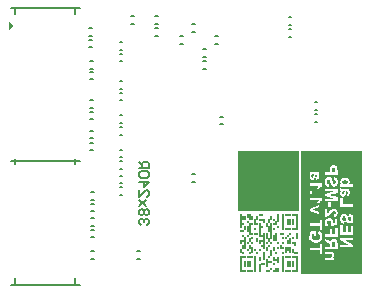
<source format=gbr>
%TF.GenerationSoftware,Altium Limited,Altium Designer,23.9.2 (47)*%
G04 Layer_Color=32896*
%FSLAX45Y45*%
%MOMM*%
%TF.SameCoordinates,AC4A3DE0-5486-420A-B1FF-1F5B93080124*%
%TF.FilePolarity,Positive*%
%TF.FileFunction,Legend,Bot*%
%TF.Part,Single*%
G01*
G75*
%TA.AperFunction,NonConductor*%
%ADD26C,0.15000*%
%ADD34C,0.20000*%
%ADD35C,0.25000*%
%ADD36R,0.15001X0.20000*%
%ADD37R,0.15001X0.40000*%
%ADD38R,0.15001X0.60000*%
%ADD39R,0.15001X0.80000*%
%ADD40R,0.15001X1.00000*%
%ADD41R,0.14996X1.40000*%
%ADD42R,0.15001X1.40000*%
%ADD43R,0.15001X0.60005*%
%ADD44R,0.15001X1.20000*%
%ADD45R,0.14996X0.20000*%
%ADD46R,0.14996X0.60000*%
%ADD47R,0.14996X0.60005*%
G36*
X40000Y2326000D02*
X0Y2358158D01*
Y2293843D01*
X40000Y2326000D01*
D02*
G37*
G36*
X2990001Y226735D02*
X2805614D01*
D01*
X2470001D01*
Y1270001D01*
X2990001D01*
Y226735D01*
D02*
G37*
G36*
X2459285Y758621D02*
X2273466D01*
X2146913D01*
Y1270000D01*
X2459285D01*
Y758621D01*
D02*
G37*
G36*
X2146912Y758620D02*
X1940001D01*
Y1269999D01*
X2146912D01*
Y758620D01*
D02*
G37*
%LPC*%
G36*
X2782769Y1148989D02*
X2677308D01*
Y1068294D01*
X2782769D01*
Y1105479D01*
X2782693Y1107079D01*
Y1108832D01*
X2782616Y1110737D01*
X2782540Y1112794D01*
X2782388Y1117062D01*
X2782235Y1119195D01*
X2782083Y1121253D01*
X2781931Y1123158D01*
X2781702Y1124910D01*
X2781473Y1126434D01*
X2781321Y1127044D01*
X2781169Y1127653D01*
Y1127730D01*
X2781016Y1128034D01*
X2780864Y1128568D01*
X2780711Y1129177D01*
X2780407Y1129939D01*
X2780026Y1130854D01*
X2779568Y1131844D01*
X2778959Y1132987D01*
X2778349Y1134130D01*
X2777587Y1135350D01*
X2776749Y1136569D01*
X2775835Y1137864D01*
X2774768Y1139160D01*
X2773549Y1140455D01*
X2772253Y1141674D01*
X2770805Y1142817D01*
X2770729Y1142893D01*
X2770424Y1143122D01*
X2769967Y1143427D01*
X2769358Y1143808D01*
X2768596Y1144265D01*
X2767605Y1144798D01*
X2766538Y1145332D01*
X2765243Y1145941D01*
X2763871Y1146475D01*
X2762347Y1147008D01*
X2760671Y1147542D01*
X2758842Y1147999D01*
X2756861Y1148456D01*
X2754803Y1148761D01*
X2752594Y1148913D01*
X2750308Y1148989D01*
X2782769D01*
D02*
G37*
G36*
X2625203Y1096297D02*
X2545345D01*
D01*
X2625203D01*
Y1061093D01*
X2625126Y1062007D01*
Y1063150D01*
X2625050Y1064445D01*
X2624974Y1065893D01*
X2624822Y1067417D01*
X2624669Y1069017D01*
X2624441Y1070694D01*
X2623831Y1074047D01*
X2623526Y1075647D01*
X2623069Y1077247D01*
X2622536Y1078695D01*
X2622002Y1079990D01*
Y1080066D01*
X2621850Y1080295D01*
X2621697Y1080600D01*
X2621393Y1081057D01*
X2621088Y1081590D01*
X2620707Y1082200D01*
X2619792Y1083648D01*
X2618573Y1085172D01*
X2617202Y1086696D01*
X2615601Y1088144D01*
X2614763Y1088753D01*
X2613849Y1089287D01*
X2613773D01*
X2613620Y1089439D01*
X2613315Y1089515D01*
X2612858Y1089744D01*
X2612325Y1089896D01*
X2611563Y1090125D01*
X2610725Y1090430D01*
X2609734Y1090658D01*
X2608591Y1090887D01*
X2607219Y1091192D01*
X2605772Y1091420D01*
X2604095Y1091573D01*
X2602266Y1091801D01*
X2600285Y1091877D01*
X2598075Y1092030D01*
X2595713D01*
X2572167Y1091725D01*
X2572091D01*
X2571710D01*
X2571177D01*
X2570491D01*
X2569653D01*
X2568738Y1091801D01*
X2567672D01*
X2566529Y1091877D01*
X2564090Y1091954D01*
X2561652Y1092106D01*
X2560433Y1092182D01*
X2559290Y1092335D01*
X2558299Y1092487D01*
X2557308Y1092639D01*
X2557232D01*
X2557080Y1092716D01*
X2556851D01*
X2556470Y1092868D01*
X2556013Y1092944D01*
X2555480Y1093097D01*
X2554260Y1093478D01*
X2552736Y1093935D01*
X2550984Y1094621D01*
X2549079Y1095383D01*
X2547098Y1096297D01*
Y1076333D01*
X2547174D01*
X2547479Y1076180D01*
X2547936Y1076028D01*
X2548622Y1075799D01*
X2549460Y1075494D01*
X2550450Y1075113D01*
X2551670Y1074732D01*
X2553041Y1074351D01*
X2553117D01*
X2553346Y1074275D01*
X2553651Y1074199D01*
X2554032Y1074047D01*
X2554794Y1073818D01*
X2555099Y1073742D01*
X2555403Y1073666D01*
X2555327Y1073589D01*
X2555175Y1073437D01*
X2554946Y1073132D01*
X2554565Y1072751D01*
X2554184Y1072294D01*
X2553651Y1071684D01*
X2553117Y1071075D01*
X2552584Y1070313D01*
X2551365Y1068713D01*
X2550069Y1066808D01*
X2548926Y1064750D01*
X2547860Y1062540D01*
Y1062464D01*
X2547783Y1062312D01*
X2547631Y1061931D01*
X2547479Y1061550D01*
X2547250Y1060940D01*
X2547098Y1060331D01*
X2546869Y1059569D01*
X2546640Y1058807D01*
X2546336Y1057892D01*
X2546107Y1056902D01*
X2545726Y1054768D01*
X2545421Y1052406D01*
X2545345Y1049967D01*
Y1049434D01*
X2545421Y1048824D01*
Y1047986D01*
X2545574Y1046996D01*
X2545650Y1045853D01*
X2545878Y1044633D01*
X2546183Y1043186D01*
X2546488Y1041738D01*
X2546945Y1040214D01*
X2547402Y1038690D01*
X2548012Y1037166D01*
X2548774Y1035642D01*
X2549612Y1034118D01*
X2550603Y1032670D01*
X2551746Y1031375D01*
X2551822Y1031298D01*
X2552051Y1031070D01*
X2552432Y1030765D01*
X2552889Y1030308D01*
X2553498Y1029774D01*
X2554260Y1029241D01*
X2555175Y1028631D01*
X2556165Y1028022D01*
X2557308Y1027336D01*
X2558528Y1026726D01*
X2559823Y1026193D01*
X2561271Y1025660D01*
X2562795Y1025202D01*
X2564395Y1024898D01*
X2566148Y1024669D01*
X2567900Y1024593D01*
X2568510D01*
X2568967Y1024669D01*
X2569577D01*
X2570186Y1024745D01*
X2570948Y1024821D01*
X2571786Y1024974D01*
X2573539Y1025355D01*
X2575520Y1025888D01*
X2577501Y1026650D01*
X2579406Y1027641D01*
X2579483Y1027717D01*
X2579635Y1027793D01*
X2579864Y1027946D01*
X2580245Y1028250D01*
X2581159Y1028936D01*
X2582302Y1029927D01*
X2583521Y1031146D01*
X2584817Y1032594D01*
X2586112Y1034346D01*
X2587179Y1036328D01*
Y1036404D01*
X2587331Y1036556D01*
X2587484Y1036937D01*
X2587636Y1037394D01*
X2587865Y1037928D01*
X2588169Y1038614D01*
X2588474Y1039452D01*
X2588779Y1040442D01*
X2589160Y1041509D01*
X2589541Y1042728D01*
X2589922Y1044024D01*
X2590303Y1045472D01*
X2590760Y1046996D01*
X2591141Y1048672D01*
X2591522Y1050501D01*
X2591903Y1052406D01*
Y1052558D01*
X2592056Y1053015D01*
X2592132Y1053777D01*
X2592360Y1054692D01*
X2592589Y1055835D01*
X2592894Y1057206D01*
X2593199Y1058654D01*
X2593503Y1060178D01*
X2594342Y1063455D01*
X2595180Y1066655D01*
X2595561Y1068179D01*
X2596018Y1069627D01*
X2596475Y1070922D01*
X2596932Y1072065D01*
X2598914D01*
X2598990D01*
X2599142D01*
X2599447D01*
X2599828Y1071989D01*
X2600361D01*
X2600895Y1071913D01*
X2602114Y1071684D01*
X2603486Y1071380D01*
X2604857Y1070846D01*
X2606153Y1070160D01*
X2606686Y1069703D01*
X2607219Y1069170D01*
X2607296Y1069017D01*
X2607448Y1068865D01*
X2607600Y1068560D01*
X2607829Y1068255D01*
X2607981Y1067798D01*
X2608210Y1067341D01*
X2608515Y1066731D01*
X2608743Y1066046D01*
X2608972Y1065207D01*
X2609124Y1064369D01*
X2609353Y1063379D01*
X2609505Y1062236D01*
X2609658Y1061016D01*
X2609734Y1059721D01*
Y1057359D01*
X2609658Y1056902D01*
Y1056368D01*
X2609505Y1055225D01*
X2609201Y1053854D01*
X2608820Y1052406D01*
X2608286Y1051034D01*
X2607600Y1049815D01*
X2607524Y1049663D01*
X2607219Y1049358D01*
X2606610Y1048748D01*
X2605848Y1048139D01*
X2604857Y1047377D01*
X2603562Y1046538D01*
X2601962Y1045776D01*
X2600133Y1045014D01*
X2603409Y1026650D01*
X2603562Y1026726D01*
X2603867Y1026803D01*
X2604476Y1026955D01*
X2605238Y1027260D01*
X2606153Y1027565D01*
X2607219Y1028022D01*
X2608362Y1028555D01*
X2609582Y1029089D01*
X2610953Y1029774D01*
X2612249Y1030613D01*
X2613620Y1031451D01*
X2614992Y1032441D01*
X2616287Y1033432D01*
X2617583Y1034651D01*
X2618726Y1035870D01*
X2619792Y1037242D01*
X2619869Y1037318D01*
X2620021Y1037623D01*
X2620326Y1038080D01*
X2620631Y1038690D01*
X2621012Y1039452D01*
X2621469Y1040442D01*
X2622002Y1041585D01*
X2622536Y1042957D01*
X2622993Y1044405D01*
X2623526Y1046081D01*
X2623983Y1047986D01*
X2624364Y1049967D01*
X2624669Y1052177D01*
X2624974Y1054539D01*
X2625126Y1057054D01*
X2625203Y1059797D01*
Y1024593D01*
D01*
Y1096297D01*
D02*
G37*
G36*
X2912979Y1042881D02*
Y988474D01*
X2874956D01*
X2875108Y988550D01*
X2875413Y988931D01*
X2875946Y989388D01*
X2876632Y990150D01*
X2877470Y990989D01*
X2878308Y992055D01*
X2879299Y993351D01*
X2880290Y994722D01*
X2881280Y996246D01*
X2882271Y997923D01*
X2883185Y999752D01*
X2883947Y1001733D01*
X2884633Y1003790D01*
X2885166Y1005924D01*
X2885471Y1008210D01*
X2885624Y1010572D01*
Y1011182D01*
X2885547Y1011944D01*
X2885471Y1012934D01*
X2885319Y1014077D01*
X2885090Y1015525D01*
X2884785Y1017049D01*
X2884328Y1018725D01*
X2883795Y1020554D01*
X2883185Y1022383D01*
X2882347Y1024288D01*
X2881356Y1026269D01*
X2880213Y1028174D01*
X2878842Y1030155D01*
X2877242Y1031984D01*
X2875489Y1033737D01*
X2875337Y1033813D01*
X2875032Y1034118D01*
X2874422Y1034575D01*
X2873584Y1035185D01*
X2872593Y1035870D01*
X2871298Y1036632D01*
X2869774Y1037471D01*
X2868098Y1038309D01*
X2866116Y1039147D01*
X2863983Y1039985D01*
X2861544Y1040747D01*
X2858954Y1041433D01*
X2856134Y1042043D01*
X2853162Y1042500D01*
X2849886Y1042805D01*
X2846457Y1042881D01*
X2845161D01*
X2844552Y1042805D01*
X2843942D01*
X2843256Y1042728D01*
X2841580Y1042576D01*
X2839675Y1042424D01*
X2837618Y1042119D01*
X2835332Y1041738D01*
X2832969Y1041204D01*
X2830455Y1040595D01*
X2827940Y1039833D01*
X2825502Y1038918D01*
X2822987Y1037852D01*
X2820625Y1036632D01*
X2818339Y1035185D01*
X2816282Y1033508D01*
X2816129Y1033432D01*
X2815824Y1033051D01*
X2815291Y1032594D01*
X2814605Y1031832D01*
X2813843Y1030917D01*
X2812929Y1029851D01*
X2812014Y1028631D01*
X2811024Y1027184D01*
X2810033Y1025660D01*
X2809119Y1023907D01*
X2808204Y1022002D01*
X2807442Y1020021D01*
X2806757Y1017887D01*
X2806223Y1015677D01*
X2805918Y1013315D01*
X2805766Y1010877D01*
Y1010915D01*
Y1010267D01*
X2805842Y1009734D01*
Y1009200D01*
X2805918Y1008438D01*
X2806071Y1007676D01*
X2806147Y1006838D01*
X2806604Y1004857D01*
X2807138Y1002647D01*
X2807976Y1000285D01*
X2808433Y999142D01*
X2809043Y997923D01*
X2809119Y997847D01*
X2809195Y997618D01*
X2809424Y997313D01*
X2809652Y996856D01*
X2810033Y996323D01*
X2810414Y995713D01*
X2810948Y994951D01*
X2811481Y994189D01*
X2812853Y992513D01*
X2814529Y990684D01*
X2816434Y988779D01*
X2818720Y987026D01*
X2807519D01*
Y968281D01*
X2805766D01*
X2912979D01*
Y1042881D01*
D02*
G37*
G36*
X2784521Y1050387D02*
X2707026D01*
X2706416Y1050310D01*
X2705578Y1050234D01*
X2704664Y1050082D01*
X2703597Y1049929D01*
X2702454Y1049777D01*
X2701159Y1049472D01*
X2699787Y1049167D01*
X2698415Y1048710D01*
X2696968Y1048253D01*
X2695444Y1047643D01*
X2693920Y1046958D01*
X2692472Y1046196D01*
X2690948Y1045281D01*
X2690872Y1045205D01*
X2690643Y1045053D01*
X2690186Y1044748D01*
X2689652Y1044367D01*
X2689043Y1043833D01*
X2688281Y1043224D01*
X2687443Y1042462D01*
X2686528Y1041624D01*
X2685614Y1040633D01*
X2684623Y1039566D01*
X2683633Y1038423D01*
X2682718Y1037128D01*
X2681728Y1035756D01*
X2680813Y1034308D01*
X2679975Y1032708D01*
X2679213Y1031032D01*
X2679137Y1030956D01*
X2679061Y1030651D01*
X2678832Y1030117D01*
X2678603Y1029355D01*
X2678299Y1028517D01*
X2677994Y1027450D01*
X2677689Y1026155D01*
X2677308Y1024783D01*
X2676927Y1023183D01*
X2676622Y1021431D01*
X2676317Y1019526D01*
X2676013Y1017544D01*
X2675784Y1015411D01*
X2675555Y1013125D01*
X2675479Y1010686D01*
X2675403Y1008180D01*
Y1006798D01*
X2675479Y1006267D01*
Y1005581D01*
X2675555Y1004895D01*
X2675708Y1003219D01*
X2675860Y1001238D01*
X2676165Y999104D01*
X2676546Y996818D01*
X2677079Y994380D01*
X2677689Y991865D01*
X2678375Y989274D01*
X2679289Y986760D01*
X2680356Y984245D01*
X2681575Y981807D01*
X2683023Y979521D01*
X2684623Y977387D01*
X2684699Y977235D01*
X2685080Y976930D01*
X2685614Y976396D01*
X2686376Y975711D01*
X2687290Y974872D01*
X2688509Y973882D01*
X2689881Y972891D01*
X2691481Y971824D01*
X2693234Y970681D01*
X2695291Y969615D01*
X2697501Y968548D01*
X2699863Y967557D01*
X2702530Y966567D01*
X2705350Y965805D01*
X2708398Y965119D01*
X2711598Y964662D01*
X2713579Y985388D01*
X2713427D01*
X2713122Y985464D01*
X2712589Y985617D01*
X2711903Y985769D01*
X2710988Y985998D01*
X2709998Y986302D01*
X2708931Y986607D01*
X2707788Y986988D01*
X2705273Y988055D01*
X2703978Y988665D01*
X2702683Y989350D01*
X2701463Y990112D01*
X2700320Y990951D01*
X2699254Y991941D01*
X2698263Y992932D01*
X2698187Y993008D01*
X2698034Y993237D01*
X2697806Y993541D01*
X2697501Y993999D01*
X2697120Y994532D01*
X2696739Y995294D01*
X2696282Y996056D01*
X2695825Y997047D01*
X2695367Y998037D01*
X2694910Y999256D01*
X2694529Y1000476D01*
X2694148Y1001847D01*
X2693843Y1003371D01*
X2693615Y1004971D01*
X2693462Y1006648D01*
X2693386Y1008400D01*
Y1009391D01*
X2693462Y1010077D01*
X2693539Y1010915D01*
X2693615Y1011906D01*
X2693767Y1013049D01*
X2693920Y1014192D01*
X2694453Y1016706D01*
X2694834Y1018002D01*
X2695215Y1019297D01*
X2695748Y1020516D01*
X2696282Y1021735D01*
X2696968Y1022878D01*
X2697730Y1023869D01*
X2697806Y1023945D01*
X2697958Y1024098D01*
X2698187Y1024326D01*
X2698492Y1024707D01*
X2698949Y1025088D01*
X2699406Y1025545D01*
X2700016Y1026003D01*
X2700625Y1026536D01*
X2702149Y1027450D01*
X2703826Y1028289D01*
X2704816Y1028670D01*
X2705731Y1028898D01*
X2706797Y1029051D01*
X2707864Y1029127D01*
X2707940D01*
X2708017D01*
X2708474D01*
X2709160Y1029051D01*
X2710074Y1028822D01*
X2711065Y1028593D01*
X2712131Y1028212D01*
X2713198Y1027679D01*
X2714189Y1026917D01*
X2714341Y1026841D01*
X2714646Y1026460D01*
X2715103Y1025926D01*
X2715789Y1025164D01*
X2716475Y1024098D01*
X2717313Y1022726D01*
X2718075Y1021126D01*
X2718456Y1020211D01*
X2718837Y1019221D01*
Y1019145D01*
X2718913Y1019068D01*
X2718989Y1018764D01*
X2719066Y1018459D01*
X2719218Y1017925D01*
X2719447Y1017316D01*
X2719675Y1016554D01*
X2719904Y1015716D01*
X2720209Y1014649D01*
X2720513Y1013430D01*
X2720894Y1012058D01*
X2721352Y1010458D01*
X2721809Y1008705D01*
X2722266Y1006724D01*
X2722799Y1004514D01*
X2723409Y1002152D01*
Y1002076D01*
X2723485Y1001923D01*
Y1001695D01*
X2723638Y1001390D01*
X2723714Y1001009D01*
X2723866Y1000552D01*
X2724171Y999409D01*
X2724552Y997961D01*
X2725085Y996361D01*
X2725695Y994608D01*
X2726305Y992779D01*
X2727067Y990798D01*
X2727829Y988817D01*
X2728667Y986760D01*
X2729581Y984855D01*
X2730572Y982950D01*
X2731639Y981197D01*
X2732705Y979597D01*
X2733848Y978149D01*
X2733925Y978073D01*
X2734229Y977768D01*
X2734763Y977235D01*
X2735372Y976625D01*
X2736211Y975939D01*
X2737277Y975101D01*
X2738420Y974187D01*
X2739792Y973348D01*
X2741240Y972434D01*
X2742840Y971520D01*
X2744593Y970681D01*
X2746421Y969996D01*
X2748403Y969386D01*
X2750536Y968853D01*
X2752746Y968548D01*
X2755032Y968472D01*
X2755108D01*
X2755413D01*
X2755794D01*
X2756404Y968548D01*
X2757089Y968624D01*
X2757928Y968700D01*
X2758918Y968853D01*
X2759985Y969005D01*
X2761052Y969310D01*
X2762271Y969538D01*
X2763490Y969919D01*
X2764786Y970377D01*
X2766157Y970910D01*
X2767453Y971520D01*
X2768824Y972205D01*
X2770120Y972967D01*
X2770196Y973044D01*
X2770424Y973196D01*
X2770805Y973425D01*
X2771263Y973806D01*
X2771872Y974263D01*
X2772558Y974872D01*
X2773244Y975558D01*
X2774082Y976320D01*
X2774920Y977235D01*
X2775835Y978225D01*
X2776673Y979292D01*
X2777587Y980435D01*
X2778425Y981730D01*
X2779264Y983102D01*
X2780102Y984550D01*
X2780788Y986150D01*
X2780864Y986226D01*
X2780940Y986531D01*
X2781169Y987064D01*
X2781397Y987674D01*
X2781626Y988512D01*
X2782007Y989503D01*
X2782312Y990646D01*
X2782693Y991941D01*
X2782997Y993389D01*
X2783378Y994989D01*
X2783683Y996666D01*
X2783912Y998494D01*
X2784217Y1000476D01*
X2784369Y1002533D01*
X2784445Y1004667D01*
X2784521Y1006876D01*
Y1008248D01*
X2784445Y1008781D01*
Y1009391D01*
X2784369Y1010153D01*
X2784293Y1011829D01*
X2784064Y1013734D01*
X2783759Y1015792D01*
X2783455Y1018078D01*
X2782997Y1020440D01*
X2782388Y1022878D01*
X2781702Y1025393D01*
X2780864Y1027908D01*
X2779797Y1030270D01*
X2778654Y1032632D01*
X2777282Y1034766D01*
X2775758Y1036747D01*
X2775682Y1036899D01*
X2775377Y1037204D01*
X2774844Y1037661D01*
X2774158Y1038347D01*
X2773320Y1039109D01*
X2772253Y1039947D01*
X2771034Y1040862D01*
X2769586Y1041852D01*
X2768062Y1042843D01*
X2766310Y1043757D01*
X2764405Y1044672D01*
X2762347Y1045434D01*
X2760137Y1046196D01*
X2757775Y1046729D01*
X2755261Y1047110D01*
X2752594Y1047339D01*
X2751679Y1026079D01*
X2751755D01*
X2752060Y1026003D01*
X2752441Y1025926D01*
X2752975Y1025774D01*
X2753660Y1025622D01*
X2754422Y1025393D01*
X2755261Y1025164D01*
X2756175Y1024860D01*
X2758080Y1024021D01*
X2759985Y1023031D01*
X2761814Y1021735D01*
X2762652Y1021050D01*
X2763338Y1020211D01*
X2763414Y1020135D01*
X2763490Y1019983D01*
X2763643Y1019754D01*
X2763871Y1019373D01*
X2764176Y1018916D01*
X2764481Y1018306D01*
X2764786Y1017621D01*
X2765167Y1016859D01*
X2765471Y1015944D01*
X2765776Y1014954D01*
X2766081Y1013811D01*
X2766386Y1012591D01*
X2766614Y1011296D01*
X2766767Y1009924D01*
X2766919Y1008324D01*
Y1005810D01*
X2766843Y1005200D01*
X2766767Y1004438D01*
X2766691Y1003524D01*
X2766614Y1002533D01*
X2766462Y1001390D01*
X2766005Y999104D01*
X2765319Y996666D01*
X2764862Y995446D01*
X2764328Y994303D01*
X2763719Y993237D01*
X2763033Y992170D01*
X2762957Y992017D01*
X2762576Y991636D01*
X2762042Y991103D01*
X2761280Y990493D01*
X2760366Y989884D01*
X2759299Y989350D01*
X2758004Y988969D01*
X2757318Y988893D01*
X2756556Y988817D01*
X2756480D01*
X2756404D01*
X2755946Y988893D01*
X2755261Y988969D01*
X2754346Y989198D01*
X2753356Y989579D01*
X2752289Y990112D01*
X2751222Y990874D01*
X2750155Y991941D01*
Y992017D01*
X2750003Y992170D01*
X2749850Y992398D01*
X2749546Y992856D01*
X2749241Y993389D01*
X2748860Y994075D01*
X2748479Y994913D01*
X2748022Y995904D01*
X2747488Y997123D01*
X2746955Y998494D01*
X2746345Y1000095D01*
X2745736Y1001923D01*
X2745050Y1003981D01*
X2744440Y1006191D01*
X2743754Y1008781D01*
X2743069Y1011525D01*
Y1011601D01*
X2742992Y1011677D01*
Y1011906D01*
X2742916Y1012210D01*
X2742688Y1012972D01*
X2742459Y1014039D01*
X2742078Y1015335D01*
X2741697Y1016859D01*
X2741240Y1018459D01*
X2740783Y1020211D01*
X2740173Y1022040D01*
X2739640Y1023945D01*
X2738344Y1027755D01*
X2737658Y1029584D01*
X2736896Y1031337D01*
X2736211Y1033013D01*
X2735449Y1034461D01*
X2735372Y1034537D01*
X2735296Y1034766D01*
X2735068Y1035147D01*
X2734763Y1035680D01*
X2734306Y1036290D01*
X2733848Y1037052D01*
X2733315Y1037814D01*
X2732629Y1038728D01*
X2731943Y1039642D01*
X2731105Y1040557D01*
X2730267Y1041547D01*
X2729276Y1042538D01*
X2727143Y1044443D01*
X2725924Y1045281D01*
X2724704Y1046119D01*
X2724628Y1046196D01*
X2724400Y1046272D01*
X2724019Y1046500D01*
X2723485Y1046805D01*
X2722799Y1047110D01*
X2722037Y1047491D01*
X2721123Y1047872D01*
X2720056Y1048253D01*
X2718913Y1048634D01*
X2717618Y1049015D01*
X2716246Y1049396D01*
X2714798Y1049701D01*
X2713198Y1050006D01*
X2711522Y1050234D01*
X2709769Y1050310D01*
X2707940Y1050387D01*
X2784521D01*
D02*
G37*
G36*
X2652939Y995408D02*
X2547098D01*
Y975215D01*
X2623221D01*
X2623069Y975063D01*
X2622764Y974682D01*
X2622231Y974072D01*
X2621545Y973234D01*
X2620707Y972167D01*
X2619716Y970872D01*
X2618573Y969424D01*
X2617430Y967748D01*
X2616211Y965919D01*
X2614916Y963938D01*
X2613620Y961804D01*
X2612401Y959518D01*
X2611182Y957080D01*
X2609963Y954489D01*
X2608896Y951822D01*
X2607905Y949079D01*
X2626269D01*
Y949155D01*
X2626422Y949460D01*
X2626574Y949841D01*
X2626803Y950450D01*
X2627108Y951212D01*
X2627412Y952050D01*
X2627870Y953041D01*
X2628403Y954184D01*
X2629089Y955403D01*
X2629775Y956699D01*
X2630537Y958146D01*
X2631451Y959594D01*
X2632442Y961194D01*
X2633508Y962795D01*
X2634728Y964471D01*
X2636023Y966224D01*
X2636099Y966300D01*
X2636328Y966605D01*
X2636785Y967138D01*
X2637318Y967748D01*
X2638004Y968510D01*
X2638842Y969348D01*
X2639757Y970262D01*
X2640824Y971329D01*
X2642043Y972320D01*
X2643338Y973386D01*
X2644710Y974453D01*
X2646234Y975520D01*
X2647758Y976511D01*
X2649434Y977425D01*
X2651187Y978263D01*
X2652939Y978949D01*
Y950069D01*
Y995408D01*
D02*
G37*
G36*
X2677308Y929038D02*
Y929000D01*
D01*
Y929038D01*
D02*
G37*
G36*
Y928962D02*
Y928886D01*
D01*
Y928962D01*
D02*
G37*
G36*
Y928428D02*
Y928276D01*
D01*
Y928428D01*
D02*
G37*
G36*
Y928200D02*
Y928047D01*
D01*
Y928200D01*
D02*
G37*
G36*
Y926981D02*
Y926600D01*
D01*
Y926981D01*
D02*
G37*
G36*
Y926523D02*
Y926371D01*
D01*
Y926523D01*
D02*
G37*
G36*
Y925914D02*
Y925761D01*
D01*
Y925914D01*
D02*
G37*
G36*
Y925609D02*
Y925533D01*
D01*
Y925609D01*
D02*
G37*
G36*
Y924771D02*
Y924695D01*
D01*
Y924771D01*
D02*
G37*
G36*
Y924161D02*
Y924085D01*
D01*
Y924161D01*
D02*
G37*
G36*
Y923933D02*
Y923856D01*
D01*
Y923933D01*
D02*
G37*
G36*
Y923399D02*
Y923247D01*
D01*
Y923399D01*
D02*
G37*
G36*
Y920808D02*
Y920504D01*
D01*
Y920808D01*
D02*
G37*
G36*
Y919970D02*
Y919894D01*
D01*
Y919970D01*
D02*
G37*
G36*
Y919818D02*
Y919665D01*
D01*
Y919818D01*
D02*
G37*
G36*
X2885624Y953651D02*
D01*
Y918446D01*
X2885547Y919361D01*
Y920504D01*
X2885471Y921799D01*
X2885395Y923247D01*
X2885243Y924771D01*
X2885090Y926371D01*
X2884862Y928047D01*
X2884252Y931400D01*
X2883947Y933000D01*
X2883490Y934601D01*
X2882957Y936048D01*
X2882423Y937344D01*
Y937420D01*
X2882271Y937649D01*
X2882118Y937953D01*
X2881814Y938411D01*
X2881509Y938944D01*
X2881128Y939554D01*
X2880213Y941001D01*
X2878994Y942525D01*
X2877623Y944049D01*
X2876022Y945497D01*
X2875184Y946107D01*
X2874270Y946640D01*
X2874194D01*
X2874041Y946793D01*
X2873736Y946869D01*
X2873279Y947097D01*
X2872746Y947250D01*
X2871984Y947478D01*
X2871146Y947783D01*
X2870155Y948012D01*
X2869012Y948240D01*
X2867640Y948545D01*
X2866193Y948774D01*
X2864516Y948926D01*
X2862687Y949155D01*
X2860706Y949231D01*
X2858496Y949383D01*
X2856134D01*
X2832588Y949079D01*
X2832512D01*
X2832131D01*
X2831598D01*
X2830912D01*
X2830074D01*
X2829159Y949155D01*
X2828093D01*
X2826950Y949231D01*
X2824511Y949307D01*
X2822073Y949460D01*
X2820854Y949536D01*
X2819711Y949688D01*
X2818720Y949841D01*
X2817729Y949993D01*
X2817653D01*
X2817501Y950069D01*
X2817272D01*
X2816891Y950222D01*
X2816434Y950298D01*
X2815901Y950450D01*
X2814681Y950831D01*
X2813157Y951288D01*
X2811405Y951974D01*
X2809500Y952736D01*
X2807519Y953651D01*
Y933686D01*
X2807595D01*
X2807900Y933534D01*
X2808357Y933381D01*
X2809043Y933153D01*
X2809881Y932848D01*
X2810871Y932467D01*
X2812091Y932086D01*
X2813462Y931705D01*
X2813538D01*
X2813767Y931629D01*
X2814072Y931553D01*
X2814453Y931400D01*
X2815215Y931172D01*
X2815520Y931095D01*
X2815824Y931019D01*
X2815748Y930943D01*
X2815596Y930791D01*
X2815367Y930486D01*
X2814986Y930105D01*
X2814605Y929648D01*
X2814072Y929038D01*
X2813538Y928428D01*
X2813005Y927666D01*
X2811786Y926066D01*
X2810490Y924161D01*
X2809347Y922104D01*
X2808281Y919894D01*
Y919818D01*
X2808204Y919665D01*
X2808052Y919284D01*
X2807900Y918903D01*
X2807671Y918294D01*
X2807519Y917684D01*
X2807290Y916922D01*
X2807061Y916160D01*
X2806757Y915246D01*
X2806528Y914255D01*
X2806147Y912122D01*
X2805842Y909759D01*
X2805766Y907321D01*
Y906788D01*
X2805842Y906178D01*
Y905340D01*
X2805995Y904349D01*
X2806071Y903206D01*
X2806299Y901987D01*
X2806604Y900539D01*
X2806909Y899091D01*
X2807366Y897567D01*
X2807823Y896043D01*
X2808433Y894519D01*
X2809195Y892995D01*
X2810033Y891471D01*
X2811024Y890024D01*
X2812167Y888728D01*
X2812243Y888652D01*
X2812472Y888423D01*
X2812853Y888119D01*
X2813310Y887661D01*
X2813919Y887128D01*
X2814681Y886595D01*
X2815596Y885985D01*
X2816586Y885375D01*
X2817729Y884690D01*
X2818949Y884080D01*
X2820244Y883547D01*
X2821692Y883013D01*
X2823216Y882556D01*
X2824816Y882251D01*
X2826569Y882023D01*
X2828321Y881946D01*
X2805766D01*
X2885624D01*
Y953651D01*
D02*
G37*
G36*
X2677308Y917532D02*
Y917151D01*
D01*
Y917532D01*
D02*
G37*
G36*
Y916922D02*
D01*
D01*
D01*
D02*
G37*
G36*
Y915322D02*
Y915246D01*
D01*
Y915322D01*
D02*
G37*
G36*
Y913341D02*
Y913188D01*
D01*
Y913341D01*
D02*
G37*
G36*
Y912503D02*
Y912122D01*
D01*
Y912503D01*
D02*
G37*
G36*
Y911131D02*
Y910674D01*
D01*
Y911131D01*
D02*
G37*
G36*
X2567291Y927285D02*
X2547098D01*
Y907092D01*
X2567291D01*
Y927285D01*
D02*
G37*
G36*
X2782769Y948812D02*
X2677308D01*
Y929076D01*
X2760290Y929000D01*
X2677308Y908121D01*
Y887623D01*
X2760290Y866821D01*
X2677308D01*
Y847085D01*
X2782769D01*
Y882023D01*
Y878937D01*
X2710760Y897987D01*
X2782769Y916808D01*
Y893910D01*
Y948812D01*
D02*
G37*
G36*
X2652939Y872574D02*
X2547098D01*
Y852381D01*
X2623221D01*
X2623069Y852228D01*
X2622764Y851847D01*
X2622231Y851238D01*
X2621545Y850400D01*
X2620707Y849333D01*
X2619716Y848037D01*
X2618573Y846590D01*
X2617430Y844913D01*
X2616211Y843084D01*
X2614916Y841103D01*
X2613620Y838970D01*
X2612401Y836684D01*
X2611182Y834245D01*
X2609963Y831654D01*
X2608896Y828987D01*
X2607905Y826244D01*
X2626269D01*
Y826320D01*
X2626422Y826625D01*
X2626574Y827006D01*
X2626803Y827616D01*
X2627108Y828378D01*
X2627412Y829216D01*
X2627870Y830207D01*
X2628403Y831350D01*
X2629089Y832569D01*
X2629775Y833864D01*
X2630537Y835312D01*
X2631451Y836760D01*
X2632442Y838360D01*
X2633508Y839960D01*
X2634728Y841637D01*
X2636023Y843389D01*
X2636099Y843465D01*
X2636328Y843770D01*
X2636785Y844304D01*
X2637318Y844913D01*
X2638004Y845675D01*
X2638842Y846513D01*
X2639757Y847428D01*
X2640824Y848495D01*
X2642043Y849485D01*
X2643338Y850552D01*
X2644710Y851619D01*
X2646234Y852686D01*
X2647758Y853676D01*
X2649434Y854591D01*
X2651187Y855429D01*
X2652939Y856115D01*
Y843465D01*
Y872574D01*
D02*
G37*
G36*
X2912065Y872193D02*
Y819234D01*
X2825349D01*
Y872193D01*
X2807519D01*
Y797974D01*
X2912065D01*
Y872193D01*
D02*
G37*
G36*
X2725619Y835579D02*
X2705426D01*
Y795879D01*
X2725619D01*
Y835579D01*
D02*
G37*
G36*
X2753737Y780181D02*
X2752517D01*
X2751908Y780105D01*
X2751146Y780029D01*
X2750308Y779953D01*
X2749393Y779877D01*
X2747336Y779572D01*
X2745050Y779115D01*
X2742611Y778429D01*
X2740173Y777591D01*
X2740097D01*
X2739868Y777438D01*
X2739563Y777286D01*
X2739030Y777133D01*
X2738497Y776829D01*
X2737811Y776448D01*
X2736973Y776067D01*
X2736134Y775609D01*
X2735144Y775076D01*
X2734077Y774466D01*
X2731791Y773095D01*
X2729353Y771418D01*
X2726762Y769513D01*
X2726686Y769437D01*
X2726533Y769361D01*
X2726305Y769132D01*
X2725924Y768828D01*
X2725390Y768370D01*
X2724781Y767837D01*
X2724095Y767227D01*
X2723333Y766465D01*
X2722418Y765627D01*
X2721428Y764637D01*
X2720285Y763570D01*
X2719066Y762351D01*
X2717770Y761055D01*
X2716399Y759607D01*
X2714875Y758007D01*
X2713274Y756255D01*
X2713198Y756178D01*
X2712893Y755874D01*
X2712436Y755340D01*
X2711827Y754731D01*
X2711141Y753969D01*
X2710379Y753054D01*
X2709464Y752140D01*
X2708550Y751149D01*
X2706569Y749092D01*
X2704664Y747034D01*
X2703749Y746120D01*
X2702987Y745358D01*
X2702225Y744596D01*
X2701616Y744063D01*
X2701463Y743986D01*
X2701159Y743682D01*
X2700549Y743148D01*
X2699863Y742615D01*
X2699025Y741929D01*
X2698034Y741243D01*
X2697044Y740557D01*
X2696053Y739948D01*
Y780181D01*
X2718326D01*
X2677308D01*
Y709315D01*
X2677460D01*
X2677765Y709392D01*
X2678375Y709468D01*
X2679137Y709620D01*
X2680051Y709773D01*
X2681194Y710001D01*
X2682413Y710230D01*
X2683785Y710611D01*
X2685309Y710992D01*
X2686909Y711525D01*
X2688509Y712059D01*
X2690262Y712668D01*
X2692015Y713430D01*
X2693843Y714268D01*
X2695596Y715183D01*
X2697425Y716173D01*
X2697501Y716250D01*
X2697882Y716478D01*
X2698415Y716859D01*
X2699177Y717316D01*
X2700092Y718002D01*
X2701235Y718917D01*
X2702606Y719983D01*
X2704130Y721203D01*
X2705883Y722650D01*
X2707788Y724251D01*
X2709845Y726156D01*
X2712131Y728213D01*
X2714570Y730575D01*
X2717084Y733090D01*
X2719828Y735909D01*
X2722723Y738957D01*
X2722799Y739033D01*
X2722876Y739110D01*
X2723257Y739567D01*
X2723942Y740253D01*
X2724781Y741167D01*
X2725847Y742234D01*
X2726990Y743453D01*
X2728286Y744748D01*
X2729657Y746196D01*
X2732553Y749016D01*
X2733925Y750463D01*
X2735372Y751759D01*
X2736668Y753054D01*
X2737887Y754121D01*
X2739030Y755035D01*
X2739944Y755721D01*
X2740021Y755797D01*
X2740249Y755874D01*
X2740554Y756102D01*
X2741011Y756407D01*
X2741621Y756712D01*
X2742230Y757017D01*
X2742992Y757398D01*
X2743831Y757855D01*
X2745736Y758617D01*
X2747793Y759226D01*
X2750079Y759760D01*
X2751222Y759836D01*
X2752365Y759912D01*
X2752441D01*
X2752670D01*
X2752975D01*
X2753508Y759836D01*
X2754041D01*
X2754651Y759760D01*
X2756175Y759455D01*
X2757851Y758998D01*
X2759604Y758388D01*
X2761204Y757474D01*
X2762042Y756864D01*
X2762728Y756255D01*
X2762804Y756178D01*
X2762881Y756102D01*
X2763033Y755874D01*
X2763338Y755569D01*
X2763566Y755188D01*
X2763871Y754731D01*
X2764252Y754197D01*
X2764557Y753664D01*
X2765243Y752216D01*
X2765852Y750463D01*
X2766233Y748482D01*
X2766310Y747339D01*
X2766386Y746196D01*
Y745587D01*
X2766310Y745129D01*
Y744596D01*
X2766157Y743986D01*
X2765929Y742539D01*
X2765471Y740938D01*
X2764786Y739186D01*
X2764328Y738424D01*
X2763871Y737586D01*
X2763262Y736824D01*
X2762576Y736062D01*
X2762500Y735985D01*
X2762423Y735909D01*
X2762195Y735681D01*
X2761814Y735452D01*
X2761433Y735147D01*
X2760899Y734842D01*
X2760290Y734538D01*
X2759604Y734157D01*
X2758766Y733776D01*
X2757851Y733395D01*
X2756785Y733014D01*
X2755642Y732709D01*
X2754346Y732404D01*
X2752975Y732099D01*
X2751527Y731947D01*
X2749927Y731794D01*
X2751908Y711678D01*
X2751984D01*
X2752136D01*
X2752365Y711754D01*
X2752670D01*
X2753051Y711830D01*
X2753508Y711906D01*
X2754651Y712135D01*
X2756023Y712363D01*
X2757547Y712744D01*
X2759299Y713202D01*
X2761128Y713735D01*
X2763109Y714421D01*
X2765090Y715183D01*
X2767072Y716097D01*
X2769053Y717164D01*
X2770958Y718307D01*
X2772710Y719679D01*
X2774387Y721203D01*
X2775835Y722879D01*
X2775911Y722955D01*
X2776139Y723336D01*
X2776520Y723870D01*
X2776978Y724555D01*
X2777511Y725546D01*
X2778121Y726613D01*
X2778806Y727984D01*
X2779492Y729432D01*
X2780178Y731032D01*
X2780864Y732861D01*
X2781473Y734842D01*
X2782007Y736900D01*
X2782464Y739186D01*
X2782845Y741548D01*
X2783074Y744063D01*
X2783150Y746653D01*
Y747339D01*
X2783074Y748177D01*
X2782997Y749244D01*
X2782921Y750540D01*
X2782693Y752064D01*
X2782464Y753740D01*
X2782083Y755569D01*
X2781626Y757474D01*
X2781092Y759531D01*
X2780407Y761589D01*
X2779568Y763570D01*
X2778578Y765627D01*
X2777511Y767608D01*
X2776216Y769437D01*
X2774692Y771190D01*
X2774615Y771266D01*
X2774311Y771571D01*
X2773853Y772028D01*
X2773168Y772561D01*
X2772329Y773247D01*
X2771415Y774009D01*
X2770196Y774847D01*
X2768900Y775686D01*
X2767453Y776524D01*
X2765929Y777362D01*
X2764176Y778124D01*
X2762347Y778810D01*
X2760366Y779343D01*
X2758232Y779800D01*
X2756023Y780105D01*
X2753737Y780181D01*
D02*
G37*
G36*
X2914732Y738614D02*
X2838151D01*
D01*
X2914732D01*
D02*
G37*
G36*
X2623526Y812833D02*
X2547098D01*
D01*
X2623526D01*
X2547098Y782505D01*
Y764294D01*
X2623526Y733509D01*
D01*
Y812833D01*
D02*
G37*
G36*
X2914732Y738614D02*
D01*
Y696476D01*
X2914656Y697009D01*
Y697619D01*
X2914580Y698381D01*
X2914503Y700057D01*
X2914275Y701962D01*
X2913970Y704019D01*
X2913665Y706305D01*
X2913208Y708668D01*
X2912598Y711106D01*
X2911913Y713621D01*
X2911074Y716135D01*
X2910008Y718497D01*
X2908865Y720860D01*
X2907493Y722993D01*
X2905969Y724974D01*
X2905893Y725127D01*
X2905588Y725432D01*
X2905055Y725889D01*
X2904369Y726575D01*
X2903531Y727337D01*
X2902464Y728175D01*
X2901245Y729089D01*
X2899797Y730080D01*
X2898273Y731070D01*
X2896520Y731985D01*
X2894615Y732899D01*
X2892558Y733661D01*
X2890348Y734423D01*
X2887986Y734957D01*
X2885471Y735338D01*
X2882804Y735566D01*
X2881890Y714306D01*
X2881966D01*
X2882271Y714230D01*
X2882652Y714154D01*
X2883185Y714002D01*
X2883871Y713849D01*
X2884633Y713621D01*
X2885471Y713392D01*
X2886386Y713087D01*
X2888291Y712249D01*
X2890196Y711258D01*
X2892024Y709963D01*
X2892863Y709277D01*
X2893548Y708439D01*
X2893625Y708363D01*
X2893701Y708210D01*
X2893853Y707982D01*
X2894082Y707601D01*
X2894387Y707144D01*
X2894691Y706534D01*
X2894996Y705848D01*
X2895377Y705086D01*
X2895682Y704172D01*
X2895987Y703181D01*
X2896292Y702038D01*
X2896596Y700819D01*
X2896825Y699524D01*
X2896977Y698152D01*
X2897130Y696552D01*
Y694037D01*
X2897054Y693428D01*
X2896977Y692666D01*
X2896901Y691751D01*
X2896825Y690761D01*
X2896673Y689618D01*
X2896215Y687332D01*
X2895530Y684893D01*
X2895072Y683674D01*
X2894539Y682531D01*
X2893929Y681464D01*
X2893244Y680397D01*
X2893167Y680245D01*
X2892786Y679864D01*
X2892253Y679331D01*
X2891491Y678721D01*
X2890577Y678111D01*
X2889510Y677578D01*
X2888214Y677197D01*
X2887529Y677121D01*
X2886767Y677045D01*
X2886690D01*
X2886614D01*
X2886157Y677121D01*
X2885471Y677197D01*
X2884557Y677426D01*
X2883566Y677807D01*
X2882499Y678340D01*
X2881433Y679102D01*
X2880366Y680169D01*
Y680245D01*
X2880213Y680397D01*
X2880061Y680626D01*
X2879756Y681083D01*
X2879451Y681617D01*
X2879070Y682302D01*
X2878689Y683141D01*
X2878232Y684131D01*
X2877699Y685350D01*
X2877165Y686722D01*
X2876556Y688322D01*
X2875946Y690151D01*
X2875260Y692208D01*
X2874651Y694418D01*
X2873965Y697009D01*
X2873279Y699752D01*
Y699828D01*
X2873203Y699905D01*
Y700133D01*
X2873127Y700438D01*
X2872898Y701200D01*
X2872670Y702267D01*
X2872289Y703562D01*
X2871908Y705086D01*
X2871450Y706686D01*
X2870993Y708439D01*
X2870384Y710268D01*
X2869850Y712173D01*
X2868555Y715983D01*
X2867869Y717812D01*
X2867107Y719564D01*
X2866421Y721241D01*
X2865659Y722688D01*
X2865583Y722765D01*
X2865507Y722993D01*
X2865278Y723374D01*
X2864973Y723908D01*
X2864516Y724517D01*
X2864059Y725279D01*
X2863526Y726041D01*
X2862840Y726956D01*
X2862154Y727870D01*
X2861316Y728784D01*
X2860478Y729775D01*
X2859487Y730766D01*
X2857353Y732671D01*
X2856134Y733509D01*
X2854915Y734347D01*
X2854839Y734423D01*
X2854610Y734499D01*
X2854229Y734728D01*
X2853696Y735033D01*
X2853010Y735338D01*
X2852248Y735719D01*
X2851334Y736100D01*
X2850267Y736481D01*
X2849124Y736862D01*
X2847828Y737243D01*
X2846457Y737624D01*
X2845009Y737928D01*
X2843409Y738233D01*
X2841732Y738462D01*
X2839980Y738538D01*
X2838151Y738614D01*
X2837237D01*
X2836627Y738538D01*
X2835789Y738462D01*
X2834874Y738309D01*
X2833808Y738157D01*
X2832665Y738005D01*
X2831369Y737700D01*
X2829998Y737395D01*
X2828626Y736938D01*
X2827178Y736481D01*
X2825654Y735871D01*
X2824130Y735185D01*
X2822682Y734423D01*
X2821158Y733509D01*
X2821082Y733433D01*
X2820854Y733280D01*
X2820396Y732975D01*
X2819863Y732594D01*
X2819253Y732061D01*
X2818491Y731451D01*
X2817653Y730689D01*
X2816739Y729851D01*
X2815824Y728861D01*
X2814834Y727794D01*
X2813843Y726651D01*
X2812929Y725355D01*
X2811938Y723984D01*
X2811024Y722536D01*
X2810186Y720936D01*
X2809424Y719259D01*
X2809347Y719183D01*
X2809271Y718878D01*
X2809043Y718345D01*
X2808814Y717583D01*
X2808509Y716745D01*
X2808204Y715678D01*
X2807900Y714383D01*
X2807519Y713011D01*
X2807138Y711411D01*
X2806833Y709658D01*
X2806528Y707753D01*
X2806223Y705772D01*
X2805995Y703638D01*
X2805766Y701352D01*
X2805690Y698914D01*
X2805614Y696408D01*
Y695026D01*
X2805690Y694494D01*
Y693809D01*
X2805766Y693123D01*
X2805918Y691446D01*
X2806071Y689465D01*
X2806376Y687332D01*
X2806757Y685046D01*
X2807290Y682607D01*
X2807900Y680093D01*
X2808585Y677502D01*
X2809500Y674987D01*
X2810567Y672473D01*
X2811786Y670034D01*
X2813234Y667748D01*
X2814834Y665615D01*
X2814910Y665462D01*
X2815291Y665157D01*
X2815824Y664624D01*
X2816586Y663938D01*
X2817501Y663100D01*
X2818720Y662109D01*
X2820092Y661119D01*
X2821692Y660052D01*
X2823444Y658909D01*
X2825502Y657842D01*
X2827712Y656775D01*
X2830074Y655785D01*
X2832741Y654794D01*
X2835560Y654032D01*
X2838608Y653346D01*
X2841809Y652889D01*
X2843790Y673616D01*
X2843637D01*
X2843333Y673692D01*
X2842799Y673844D01*
X2842113Y673997D01*
X2841199Y674225D01*
X2840208Y674530D01*
X2839142Y674835D01*
X2837999Y675216D01*
X2835484Y676283D01*
X2834189Y676892D01*
X2832893Y677578D01*
X2831674Y678340D01*
X2830531Y679178D01*
X2829464Y680169D01*
X2828474Y681159D01*
X2828397Y681236D01*
X2828245Y681464D01*
X2828016Y681769D01*
X2827712Y682226D01*
X2827331Y682760D01*
X2826950Y683522D01*
X2826492Y684284D01*
X2826035Y685274D01*
X2825578Y686265D01*
X2825121Y687484D01*
X2824740Y688703D01*
X2824359Y690075D01*
X2824054Y691599D01*
X2823825Y693199D01*
X2823673Y694875D01*
X2823597Y696628D01*
Y697619D01*
X2823673Y698304D01*
X2823749Y699143D01*
X2823825Y700133D01*
X2823978Y701276D01*
X2824130Y702419D01*
X2824664Y704934D01*
X2825045Y706229D01*
X2825426Y707525D01*
X2825959Y708744D01*
X2826492Y709963D01*
X2827178Y711106D01*
X2827940Y712097D01*
X2828016Y712173D01*
X2828169Y712325D01*
X2828397Y712554D01*
X2828702Y712935D01*
X2829159Y713316D01*
X2829617Y713773D01*
X2830226Y714230D01*
X2830836Y714764D01*
X2832360Y715678D01*
X2834036Y716516D01*
X2835027Y716897D01*
X2835941Y717126D01*
X2837008Y717278D01*
X2838075Y717354D01*
X2838151D01*
X2838227D01*
X2838684D01*
X2839370Y717278D01*
X2840285Y717050D01*
X2841275Y716821D01*
X2842342Y716440D01*
X2843409Y715907D01*
X2844399Y715145D01*
X2844552Y715068D01*
X2844857Y714687D01*
X2845314Y714154D01*
X2846000Y713392D01*
X2846685Y712325D01*
X2847524Y710954D01*
X2848286Y709353D01*
X2848667Y708439D01*
X2849048Y707448D01*
Y707372D01*
X2849124Y707296D01*
X2849200Y706991D01*
X2849276Y706686D01*
X2849429Y706153D01*
X2849657Y705543D01*
X2849886Y704781D01*
X2850114Y703943D01*
X2850419Y702876D01*
X2850724Y701657D01*
X2851105Y700286D01*
X2851562Y698685D01*
X2852019Y696933D01*
X2852477Y694952D01*
X2853010Y692742D01*
X2853620Y690380D01*
Y690303D01*
X2853696Y690151D01*
Y689922D01*
X2853848Y689618D01*
X2853924Y689237D01*
X2854077Y688779D01*
X2854382Y687636D01*
X2854763Y686189D01*
X2855296Y684588D01*
X2855906Y682836D01*
X2856515Y681007D01*
X2857277Y679026D01*
X2858039Y677045D01*
X2858877Y674987D01*
X2859792Y673082D01*
X2860782Y671177D01*
X2861849Y669425D01*
X2862916Y667824D01*
X2864059Y666377D01*
X2864135Y666300D01*
X2864440Y665996D01*
X2864973Y665462D01*
X2865583Y664853D01*
X2866421Y664167D01*
X2867488Y663329D01*
X2868631Y662414D01*
X2870003Y661576D01*
X2871450Y660662D01*
X2873051Y659747D01*
X2874803Y658909D01*
X2876632Y658223D01*
X2878613Y657614D01*
X2880747Y657080D01*
X2882957Y656775D01*
X2885243Y656699D01*
X2885319D01*
X2885624D01*
X2886005D01*
X2886614Y656775D01*
X2887300Y656852D01*
X2888138Y656928D01*
X2889129Y657080D01*
X2890196Y657233D01*
X2891262Y657537D01*
X2892482Y657766D01*
X2893701Y658147D01*
X2894996Y658604D01*
X2896368Y659138D01*
X2897663Y659747D01*
X2899035Y660433D01*
X2900330Y661195D01*
X2900406Y661271D01*
X2900635Y661424D01*
X2901016Y661652D01*
X2901473Y662033D01*
X2902083Y662490D01*
X2902769Y663100D01*
X2903454Y663786D01*
X2904293Y664548D01*
X2905131Y665462D01*
X2906045Y666453D01*
X2906883Y667520D01*
X2907798Y668663D01*
X2908636Y669958D01*
X2909474Y671330D01*
X2910312Y672777D01*
X2910998Y674378D01*
X2911074Y674454D01*
X2911151Y674759D01*
X2911379Y675292D01*
X2911608Y675902D01*
X2911836Y676740D01*
X2912217Y677730D01*
X2912522Y678873D01*
X2912903Y680169D01*
X2913208Y681617D01*
X2913589Y683217D01*
X2913894Y684893D01*
X2914122Y686722D01*
X2914427Y688703D01*
X2914580Y690761D01*
X2914656Y692894D01*
X2914732Y695104D01*
Y652889D01*
X2805614D01*
X2914732D01*
Y738614D01*
D02*
G37*
G36*
X2781397Y701162D02*
X2675479D01*
Y630296D01*
D01*
Y664434D01*
X2675555Y663672D01*
X2675632Y662605D01*
X2675708Y661386D01*
X2675860Y659938D01*
X2676165Y658338D01*
X2676470Y656585D01*
X2676851Y654756D01*
X2677384Y652851D01*
X2677994Y650870D01*
X2678756Y648889D01*
X2679670Y646908D01*
X2680661Y644926D01*
X2681880Y643021D01*
X2683252Y641269D01*
X2683328Y641193D01*
X2683633Y640888D01*
X2684090Y640431D01*
X2684699Y639821D01*
X2685461Y639059D01*
X2686452Y638297D01*
X2687519Y637383D01*
X2688814Y636468D01*
X2690262Y635478D01*
X2691862Y634563D01*
X2693539Y633649D01*
X2695444Y632734D01*
X2697425Y631972D01*
X2699635Y631287D01*
X2701844Y630677D01*
X2704283Y630296D01*
D01*
X2706416Y650413D01*
X2706340D01*
X2706112Y650489D01*
X2705731D01*
X2705273Y650641D01*
X2704740Y650718D01*
X2704054Y650870D01*
X2702530Y651327D01*
X2700778Y652013D01*
X2698949Y652927D01*
X2697196Y653994D01*
X2696358Y654680D01*
X2695596Y655442D01*
X2695520Y655518D01*
X2695444Y655671D01*
X2695215Y655899D01*
X2694986Y656204D01*
X2694682Y656585D01*
X2694377Y657118D01*
X2693615Y658261D01*
X2692853Y659709D01*
X2692243Y661386D01*
X2691786Y663291D01*
X2691710Y664281D01*
X2691634Y665272D01*
Y665881D01*
X2691710Y666339D01*
X2691786Y666872D01*
X2691938Y667482D01*
X2692243Y669006D01*
X2692853Y670682D01*
X2693310Y671520D01*
X2693767Y672435D01*
X2694377Y673349D01*
X2695063Y674263D01*
X2695825Y675102D01*
X2696739Y675940D01*
X2696815Y676016D01*
X2696968Y676168D01*
X2697272Y676321D01*
X2697730Y676626D01*
X2698263Y676930D01*
X2698949Y677311D01*
X2699711Y677769D01*
X2700625Y678150D01*
X2701692Y678531D01*
X2702835Y678988D01*
X2704130Y679369D01*
X2705502Y679674D01*
X2707026Y679978D01*
X2708702Y680207D01*
X2710455Y680283D01*
X2712360Y680359D01*
X2712436D01*
X2712817D01*
X2713274D01*
X2713960Y680283D01*
X2714798Y680207D01*
X2715713Y680131D01*
X2716703Y679978D01*
X2717846Y679826D01*
X2720209Y679293D01*
X2721428Y678912D01*
X2722647Y678531D01*
X2723866Y677997D01*
X2724933Y677388D01*
X2726000Y676702D01*
X2726990Y675940D01*
X2727067Y675864D01*
X2727219Y675711D01*
X2727448Y675483D01*
X2727752Y675178D01*
X2728133Y674721D01*
X2728514Y674187D01*
X2728972Y673578D01*
X2729429Y672892D01*
X2729886Y672130D01*
X2730343Y671292D01*
X2731105Y669387D01*
X2731410Y668244D01*
X2731639Y667177D01*
X2731791Y665958D01*
X2731867Y664662D01*
Y664281D01*
X2731791Y663824D01*
X2731715Y663214D01*
X2731639Y662452D01*
X2731486Y661538D01*
X2731258Y660547D01*
X2730877Y659481D01*
X2730496Y658261D01*
X2729962Y657042D01*
X2729353Y655747D01*
X2728591Y654375D01*
X2727752Y653080D01*
X2726686Y651708D01*
X2725543Y650337D01*
X2724171Y649041D01*
X2726533Y632734D01*
X2781397Y643098D01*
Y696514D01*
X2762500D01*
Y658414D01*
X2744516Y655137D01*
X2744593Y655213D01*
X2744669Y655442D01*
X2744821Y655823D01*
X2745050Y656280D01*
X2745278Y656966D01*
X2745583Y657652D01*
X2745888Y658490D01*
X2746269Y659404D01*
X2746574Y660395D01*
X2746879Y661538D01*
X2747412Y663824D01*
X2747793Y666415D01*
X2747945Y667710D01*
Y669615D01*
X2747869Y670301D01*
X2747793Y671215D01*
X2747641Y672435D01*
X2747412Y673730D01*
X2747107Y675254D01*
X2746726Y676854D01*
X2746193Y678607D01*
X2745583Y680436D01*
X2744745Y682341D01*
X2743831Y684246D01*
X2742688Y686227D01*
X2741392Y688132D01*
X2739868Y689961D01*
X2738116Y691789D01*
X2738039Y691866D01*
X2737658Y692170D01*
X2737125Y692628D01*
X2736363Y693237D01*
X2735372Y693999D01*
X2734153Y694761D01*
X2732782Y695599D01*
X2731258Y696514D01*
X2729505Y697352D01*
X2727600Y698190D01*
X2725466Y699028D01*
X2723257Y699714D01*
X2720818Y700324D01*
X2718227Y700781D01*
X2715560Y701086D01*
X2712665Y701162D01*
X2781397D01*
D02*
G37*
G36*
X2652558Y688856D02*
X2547098D01*
D01*
X2634728D01*
Y657614D01*
X2547098D01*
Y636354D01*
X2634728D01*
Y605036D01*
X2652558D01*
Y688856D01*
D02*
G37*
G36*
X2825349Y640240D02*
X2807519D01*
Y560078D01*
X2912979D01*
Y638259D01*
X2895149D01*
Y581337D01*
X2871755D01*
Y634296D01*
X2853924D01*
Y581337D01*
X2825349D01*
Y640240D01*
D02*
G37*
G36*
X2782769Y616885D02*
X2677308D01*
Y544571D01*
X2782769D01*
Y616885D01*
D02*
G37*
G36*
X2654311Y592844D02*
X2545269D01*
D01*
X2561576D01*
X2561499Y592767D01*
X2561271Y592539D01*
X2560966Y592158D01*
X2560509Y591624D01*
X2559899Y590939D01*
X2559290Y590024D01*
X2558528Y589034D01*
X2557689Y587891D01*
X2556851Y586595D01*
X2555937Y585147D01*
X2555022Y583547D01*
X2554032Y581795D01*
X2553041Y579966D01*
X2552051Y577908D01*
X2551060Y575699D01*
X2550146Y573413D01*
X2550069Y573260D01*
X2549917Y572879D01*
X2549688Y572193D01*
X2549384Y571203D01*
X2549003Y570060D01*
X2548622Y568688D01*
X2548164Y567164D01*
X2547707Y565488D01*
X2547250Y563583D01*
X2546793Y561602D01*
X2546412Y559468D01*
X2546031Y557258D01*
X2545726Y554972D01*
X2545497Y552610D01*
X2545345Y550172D01*
X2545269Y547733D01*
Y494241D01*
Y546590D01*
X2545345Y546133D01*
Y544990D01*
X2545497Y543542D01*
X2545650Y541866D01*
X2545878Y539961D01*
X2546107Y537903D01*
X2546488Y535694D01*
X2546945Y533408D01*
X2547555Y531045D01*
X2548164Y528607D01*
X2549003Y526092D01*
X2549917Y523654D01*
X2550984Y521216D01*
X2552203Y518853D01*
X2552279Y518701D01*
X2552508Y518320D01*
X2552965Y517710D01*
X2553498Y516872D01*
X2554184Y515805D01*
X2555099Y514662D01*
X2556089Y513367D01*
X2557308Y511919D01*
X2558604Y510471D01*
X2560052Y508947D01*
X2561728Y507423D01*
X2563481Y505899D01*
X2565386Y504375D01*
X2567443Y503004D01*
X2569653Y501632D01*
X2572015Y500413D01*
X2572167Y500337D01*
X2572625Y500184D01*
X2573310Y499880D01*
X2574301Y499422D01*
X2575520Y498965D01*
X2576892Y498432D01*
X2578568Y497898D01*
X2580397Y497365D01*
X2582378Y496755D01*
X2584588Y496222D01*
X2586874Y495689D01*
X2589312Y495231D01*
X2591903Y494850D01*
X2594570Y494546D01*
X2597313Y494317D01*
X2600133Y494241D01*
X2601276D01*
X2601733Y494317D01*
X2602876D01*
X2604324Y494469D01*
X2606000Y494622D01*
X2607905Y494850D01*
X2609963Y495079D01*
X2612172Y495460D01*
X2614535Y495917D01*
X2616973Y496451D01*
X2619411Y497136D01*
X2621926Y497898D01*
X2624441Y498813D01*
X2626955Y499880D01*
X2629394Y501099D01*
X2629546Y501175D01*
X2629927Y501404D01*
X2630613Y501861D01*
X2631527Y502394D01*
X2632594Y503080D01*
X2633813Y503994D01*
X2635185Y505061D01*
X2636633Y506204D01*
X2638233Y507576D01*
X2639833Y509100D01*
X2641433Y510700D01*
X2643110Y512529D01*
X2644710Y514510D01*
X2646234Y516644D01*
X2647682Y518853D01*
X2649053Y521292D01*
X2649129Y521444D01*
X2649282Y521749D01*
X2649510Y522359D01*
X2649891Y523121D01*
X2650272Y524111D01*
X2650730Y525330D01*
X2651187Y526702D01*
X2651720Y528226D01*
X2652177Y529979D01*
X2652635Y531960D01*
X2653092Y534017D01*
X2653473Y536227D01*
X2653854Y538589D01*
X2654082Y541180D01*
X2654235Y543847D01*
X2654311Y546590D01*
Y547886D01*
X2654235Y548495D01*
Y549105D01*
X2654159Y549791D01*
X2654082Y551467D01*
X2653854Y553372D01*
X2653625Y555506D01*
X2653244Y557792D01*
X2652863Y560154D01*
X2652254Y562668D01*
X2651644Y565259D01*
X2650806Y567774D01*
X2649891Y570288D01*
X2648748Y572727D01*
X2647453Y575089D01*
X2646005Y577223D01*
X2645929Y577375D01*
X2645624Y577680D01*
X2645167Y578289D01*
X2644481Y578975D01*
X2643643Y579890D01*
X2642652Y580880D01*
X2641433Y582023D01*
X2640062Y583166D01*
X2638538Y584385D01*
X2636861Y585528D01*
X2634956Y586748D01*
X2632975Y587891D01*
X2630765Y588957D01*
X2628403Y589948D01*
X2625965Y590786D01*
X2623298Y591472D01*
X2619335Y570365D01*
X2619411D01*
X2619640Y570288D01*
X2620097Y570136D01*
X2620631Y569907D01*
X2621240Y569679D01*
X2622002Y569298D01*
X2622840Y568917D01*
X2623755Y568460D01*
X2624669Y567926D01*
X2625660Y567317D01*
X2626727Y566631D01*
X2627717Y565869D01*
X2628708Y564954D01*
X2629698Y564040D01*
X2630689Y563049D01*
X2631527Y561906D01*
X2631603Y561830D01*
X2631756Y561602D01*
X2631984Y561297D01*
X2632213Y560840D01*
X2632594Y560230D01*
X2632975Y559468D01*
X2633356Y558630D01*
X2633813Y557715D01*
X2634270Y556649D01*
X2634651Y555506D01*
X2635032Y554210D01*
X2635413Y552839D01*
X2635642Y551467D01*
X2635871Y549867D01*
X2636023Y548267D01*
X2636099Y546590D01*
Y545981D01*
X2636023Y545219D01*
X2635947Y544304D01*
X2635794Y543085D01*
X2635642Y541713D01*
X2635337Y540266D01*
X2634956Y538589D01*
X2634499Y536837D01*
X2633889Y535084D01*
X2633204Y533179D01*
X2632365Y531350D01*
X2631299Y529521D01*
X2630156Y527769D01*
X2628784Y526016D01*
X2627184Y524416D01*
X2627108Y524340D01*
X2626803Y524035D01*
X2626269Y523654D01*
X2625507Y523121D01*
X2624593Y522511D01*
X2623450Y521825D01*
X2622155Y521063D01*
X2620631Y520301D01*
X2618878Y519539D01*
X2616897Y518777D01*
X2614763Y518091D01*
X2612401Y517482D01*
X2609810Y516948D01*
X2607067Y516567D01*
X2604095Y516263D01*
X2600971Y516186D01*
X2600895D01*
X2600742D01*
X2600514D01*
X2600133D01*
X2599676D01*
X2599218Y516263D01*
X2598609D01*
X2597923Y516339D01*
X2596323Y516415D01*
X2594570Y516644D01*
X2592589Y516872D01*
X2590455Y517253D01*
X2588169Y517634D01*
X2585883Y518244D01*
X2583521Y518853D01*
X2581235Y519692D01*
X2578949Y520606D01*
X2576739Y521749D01*
X2574682Y523044D01*
X2572853Y524492D01*
X2572777Y524568D01*
X2572472Y524873D01*
X2572015Y525330D01*
X2571405Y526016D01*
X2570720Y526854D01*
X2569881Y527845D01*
X2569043Y529064D01*
X2568205Y530360D01*
X2567291Y531884D01*
X2566452Y533484D01*
X2565690Y535313D01*
X2564928Y537294D01*
X2564319Y539351D01*
X2563862Y541561D01*
X2563557Y543923D01*
X2563481Y546362D01*
Y547047D01*
X2563557Y547505D01*
Y548114D01*
X2563633Y548876D01*
X2563709Y549638D01*
X2563785Y550553D01*
X2563938Y551543D01*
X2564090Y552610D01*
X2564547Y554820D01*
X2565233Y557258D01*
X2566071Y559773D01*
Y559849D01*
X2566224Y560078D01*
X2566300Y560459D01*
X2566529Y560916D01*
X2566757Y561449D01*
X2567062Y562135D01*
X2567443Y562897D01*
X2567824Y563735D01*
X2568738Y565564D01*
X2569805Y567469D01*
X2571024Y569450D01*
X2572396Y571355D01*
X2585807D01*
Y546971D01*
X2603638D01*
Y592844D01*
X2654311D01*
D01*
D02*
G37*
G36*
X2912979Y537522D02*
X2807519D01*
Y516186D01*
X2876556Y473591D01*
X2807519D01*
Y453855D01*
X2912979D01*
Y474505D01*
X2842342Y517787D01*
X2912979D01*
Y537522D01*
D02*
G37*
G36*
X2677308Y532912D02*
Y438196D01*
X2782769D01*
Y484525D01*
X2782693Y485668D01*
Y487116D01*
X2782616Y488716D01*
X2782540Y490469D01*
X2782388Y492374D01*
X2782235Y494355D01*
X2782083Y496336D01*
X2781550Y500451D01*
X2781245Y502356D01*
X2780864Y504185D01*
X2780407Y505938D01*
X2779873Y507462D01*
Y507538D01*
X2779721Y507766D01*
X2779568Y508224D01*
X2779340Y508757D01*
X2779035Y509367D01*
X2778578Y510129D01*
X2778121Y510967D01*
X2777587Y511881D01*
X2776901Y512872D01*
X2776139Y513862D01*
X2775301Y514853D01*
X2774387Y515920D01*
X2773396Y516910D01*
X2772253Y517901D01*
X2771034Y518815D01*
X2769739Y519730D01*
X2769662Y519806D01*
X2769434Y519958D01*
X2768977Y520187D01*
X2768443Y520492D01*
X2767757Y520797D01*
X2766995Y521178D01*
X2766005Y521635D01*
X2764938Y522092D01*
X2763795Y522473D01*
X2762500Y522930D01*
X2761128Y523311D01*
X2759680Y523692D01*
X2758156Y523921D01*
X2756556Y524149D01*
X2754956Y524302D01*
X2753203Y524378D01*
X2753051D01*
X2752670D01*
X2752060Y524302D01*
X2751222D01*
X2750231Y524149D01*
X2749012Y523997D01*
X2747717Y523768D01*
X2746269Y523540D01*
X2744745Y523159D01*
X2743145Y522702D01*
X2741545Y522092D01*
X2739868Y521406D01*
X2738268Y520644D01*
X2736592Y519654D01*
X2735068Y518587D01*
X2733544Y517368D01*
X2733467Y517291D01*
X2733239Y517063D01*
X2732858Y516606D01*
X2732324Y516072D01*
X2731715Y515310D01*
X2731029Y514472D01*
X2730267Y513405D01*
X2729429Y512186D01*
X2728591Y510738D01*
X2727829Y509214D01*
X2726990Y507538D01*
X2726228Y505633D01*
X2725466Y503575D01*
X2724857Y501366D01*
X2724323Y499003D01*
X2723866Y496489D01*
X2723790Y496565D01*
X2723714Y496794D01*
X2723485Y497175D01*
X2723180Y497632D01*
X2722799Y498241D01*
X2722342Y498927D01*
X2721809Y499689D01*
X2721275Y500527D01*
X2719904Y502356D01*
X2718380Y504261D01*
X2716703Y506166D01*
X2714951Y507919D01*
X2714875Y507995D01*
X2714722Y508147D01*
X2714417Y508376D01*
X2714036Y508757D01*
X2713503Y509214D01*
X2712817Y509748D01*
X2711979Y510357D01*
X2710988Y511119D01*
X2709922Y511957D01*
X2708702Y512872D01*
X2707255Y513862D01*
X2705731Y514929D01*
X2703978Y516072D01*
X2702149Y517291D01*
X2700092Y518663D01*
X2697882Y520035D01*
X2677308Y532912D01*
D02*
G37*
G36*
X2652558Y484259D02*
X2547098D01*
D01*
X2634728D01*
Y453017D01*
X2547098D01*
Y431757D01*
X2634728D01*
Y400439D01*
X2652558D01*
Y484259D01*
D02*
G37*
G36*
X2726305Y417469D02*
X2677308D01*
Y347746D01*
X2755413D01*
X2753737D01*
Y366492D01*
X2742459D01*
X2742611Y366644D01*
X2742992Y366949D01*
X2743678Y367482D01*
X2744516Y368320D01*
X2745431Y369311D01*
X2746574Y370454D01*
X2747717Y371826D01*
X2748936Y373426D01*
X2750155Y375102D01*
X2751298Y377007D01*
X2752441Y379141D01*
X2753356Y381351D01*
X2754194Y383713D01*
X2754880Y386227D01*
X2755261Y388894D01*
X2755413Y391714D01*
Y392857D01*
X2755337Y393466D01*
X2755261Y394152D01*
X2755184Y394914D01*
X2755108Y395752D01*
X2754803Y397657D01*
X2754422Y399715D01*
X2753813Y401772D01*
X2752975Y403906D01*
Y403982D01*
X2752898Y404134D01*
X2752746Y404439D01*
X2752517Y404820D01*
X2752289Y405277D01*
X2751984Y405811D01*
X2751298Y407030D01*
X2750384Y408402D01*
X2749317Y409773D01*
X2748174Y411145D01*
X2746802Y412288D01*
X2746726D01*
X2746650Y412440D01*
X2746421Y412593D01*
X2746117Y412745D01*
X2745355Y413278D01*
X2744364Y413888D01*
X2743069Y414574D01*
X2741697Y415183D01*
X2740097Y415793D01*
X2738344Y416326D01*
X2738268D01*
X2738116Y416403D01*
X2737887D01*
X2737506Y416479D01*
X2736973Y416631D01*
X2736363Y416707D01*
X2735677Y416784D01*
X2734839Y416936D01*
X2733925Y417012D01*
X2732934Y417088D01*
X2731791Y417241D01*
X2730572Y417317D01*
X2729276Y417393D01*
X2727829D01*
X2726305Y417469D01*
D02*
G37*
%LPD*%
G36*
X2750917Y1126968D02*
X2751374D01*
X2751984Y1126891D01*
X2753279Y1126587D01*
X2754803Y1126206D01*
X2756404Y1125596D01*
X2758004Y1124758D01*
X2758766Y1124224D01*
X2759452Y1123615D01*
X2759528D01*
X2759604Y1123462D01*
X2760061Y1123005D01*
X2760671Y1122319D01*
X2761509Y1121329D01*
X2762271Y1120033D01*
X2763033Y1118586D01*
X2763719Y1116909D01*
X2764176Y1115080D01*
Y1114928D01*
X2764252Y1114623D01*
X2764328Y1114318D01*
Y1113861D01*
X2764405Y1113252D01*
X2764481Y1112566D01*
X2764557Y1111728D01*
X2764633Y1110737D01*
X2764709Y1109670D01*
X2764786Y1108451D01*
Y1107003D01*
X2764862Y1105479D01*
X2764938Y1103727D01*
Y1089553D01*
X2734915D01*
Y1103193D01*
X2734991Y1104184D01*
Y1105327D01*
X2735068Y1106622D01*
X2735144Y1107918D01*
X2735296Y1110737D01*
X2735601Y1113480D01*
X2735753Y1114776D01*
X2735982Y1115995D01*
X2736211Y1116985D01*
X2736515Y1117900D01*
Y1117976D01*
X2736592Y1118128D01*
X2736668Y1118281D01*
X2736820Y1118586D01*
X2737201Y1119348D01*
X2737811Y1120338D01*
X2738497Y1121405D01*
X2739411Y1122548D01*
X2740478Y1123615D01*
X2741697Y1124605D01*
X2741773D01*
X2741849Y1124682D01*
X2742078Y1124834D01*
X2742307Y1124986D01*
X2743069Y1125367D01*
X2744059Y1125825D01*
X2745278Y1126282D01*
X2746650Y1126663D01*
X2748250Y1126968D01*
X2749927Y1127044D01*
X2750003D01*
X2750155D01*
X2750460D01*
X2750917Y1126968D01*
D02*
G37*
G36*
X2748707Y1148913D02*
X2747869D01*
X2746879Y1148837D01*
X2745812Y1148685D01*
X2744593Y1148532D01*
X2743373Y1148380D01*
X2742002Y1148151D01*
X2739259Y1147465D01*
X2736515Y1146627D01*
X2735220Y1146018D01*
X2733925Y1145408D01*
X2733848Y1145332D01*
X2733620Y1145256D01*
X2733315Y1145027D01*
X2732858Y1144798D01*
X2732324Y1144417D01*
X2731639Y1144036D01*
X2730191Y1142970D01*
X2728514Y1141674D01*
X2726762Y1140150D01*
X2725085Y1138398D01*
X2723561Y1136493D01*
X2723485Y1136416D01*
X2723409Y1136264D01*
X2723180Y1135959D01*
X2722952Y1135578D01*
X2722647Y1135045D01*
X2722266Y1134511D01*
X2721885Y1133826D01*
X2721504Y1133064D01*
X2720666Y1131387D01*
X2719828Y1129558D01*
X2719066Y1127577D01*
X2718532Y1125444D01*
Y1125367D01*
X2718456Y1125063D01*
X2718380Y1124682D01*
X2718304Y1123996D01*
X2718227Y1123234D01*
X2718075Y1122243D01*
X2717923Y1121176D01*
X2717846Y1119805D01*
X2717694Y1118357D01*
X2717542Y1116757D01*
X2717389Y1114928D01*
X2717313Y1112947D01*
X2717237Y1110813D01*
X2717161Y1108527D01*
X2717084Y1106013D01*
Y1089553D01*
X2677308D01*
Y1148989D01*
X2749393D01*
X2748707Y1148913D01*
D02*
G37*
G36*
X2583750Y1071989D02*
X2583674Y1071913D01*
X2583597Y1071684D01*
X2583521Y1071303D01*
X2583369Y1070922D01*
X2583216Y1070389D01*
X2583064Y1069779D01*
X2582912Y1069017D01*
X2582683Y1068179D01*
X2582454Y1067265D01*
X2582150Y1066274D01*
X2581921Y1065131D01*
X2581616Y1063912D01*
X2581311Y1062617D01*
X2580930Y1061169D01*
X2580626Y1059645D01*
Y1059569D01*
X2580549Y1059264D01*
X2580473Y1058883D01*
X2580321Y1058273D01*
X2580168Y1057587D01*
X2579940Y1056825D01*
X2579483Y1055149D01*
X2578949Y1053320D01*
X2578416Y1051491D01*
X2578035Y1050653D01*
X2577730Y1049891D01*
X2577425Y1049205D01*
X2577120Y1048672D01*
Y1048596D01*
X2576968Y1048520D01*
X2576587Y1048062D01*
X2575977Y1047453D01*
X2575139Y1046767D01*
X2574149Y1046005D01*
X2572929Y1045395D01*
X2571482Y1044938D01*
X2570720Y1044862D01*
X2569958Y1044786D01*
X2569881D01*
X2569805D01*
X2569577D01*
X2569272Y1044862D01*
X2568434Y1044938D01*
X2567443Y1045167D01*
X2566300Y1045548D01*
X2565081Y1046081D01*
X2563862Y1046843D01*
X2562642Y1047910D01*
X2562490Y1048062D01*
X2562185Y1048520D01*
X2561652Y1049205D01*
X2561118Y1050120D01*
X2560585Y1051263D01*
X2560052Y1052634D01*
X2559747Y1054235D01*
X2559594Y1055987D01*
Y1056521D01*
X2559671Y1056902D01*
Y1057435D01*
X2559823Y1057968D01*
X2560052Y1059340D01*
X2560509Y1060940D01*
X2561118Y1062693D01*
X2562033Y1064522D01*
X2562566Y1065512D01*
X2563176Y1066427D01*
Y1066503D01*
X2563328Y1066579D01*
X2563633Y1067036D01*
X2564243Y1067646D01*
X2565005Y1068408D01*
X2565995Y1069246D01*
X2567138Y1070008D01*
X2568434Y1070694D01*
X2569805Y1071227D01*
X2569958Y1071303D01*
X2570339Y1071380D01*
X2570643Y1071456D01*
X2571024Y1071532D01*
X2571482Y1071608D01*
X2572015Y1071684D01*
X2572625Y1071761D01*
X2573387Y1071837D01*
X2574149D01*
X2575063Y1071913D01*
X2576054Y1071989D01*
X2577197Y1072065D01*
X2578416D01*
X2579711D01*
X2583750D01*
Y1071989D01*
D02*
G37*
G36*
X2847600Y1022078D02*
X2848667Y1022002D01*
X2849886Y1021926D01*
X2851257Y1021773D01*
X2852781Y1021545D01*
X2855829Y1021011D01*
X2857430Y1020630D01*
X2858954Y1020097D01*
X2860478Y1019564D01*
X2861925Y1018954D01*
X2863221Y1018192D01*
X2864364Y1017354D01*
X2864440Y1017278D01*
X2864592Y1017125D01*
X2864897Y1016897D01*
X2865278Y1016516D01*
X2865735Y1016058D01*
X2866193Y1015449D01*
X2866726Y1014839D01*
X2867259Y1014077D01*
X2867793Y1013239D01*
X2868326Y1012325D01*
X2868783Y1011334D01*
X2869241Y1010267D01*
X2869622Y1009124D01*
X2869926Y1007905D01*
X2870079Y1006610D01*
X2870155Y1005238D01*
Y1004552D01*
X2870079Y1004019D01*
X2870003Y1003409D01*
X2869850Y1002647D01*
X2869698Y1001885D01*
X2869469Y1000971D01*
X2869164Y1000056D01*
X2868783Y999066D01*
X2868326Y998075D01*
X2867717Y997008D01*
X2867107Y996018D01*
X2866345Y995027D01*
X2865431Y994037D01*
X2864440Y993122D01*
X2864364Y993046D01*
X2864211Y992894D01*
X2863830Y992665D01*
X2863373Y992360D01*
X2862764Y991979D01*
X2862078Y991598D01*
X2861163Y991141D01*
X2860173Y990760D01*
X2859030Y990303D01*
X2857811Y989846D01*
X2856363Y989465D01*
X2854839Y989084D01*
X2853162Y988779D01*
X2851334Y988550D01*
X2849352Y988398D01*
X2847295Y988322D01*
X2847143D01*
X2846762D01*
X2846152D01*
X2845390Y988398D01*
X2844399Y988474D01*
X2843256Y988550D01*
X2842037Y988626D01*
X2840666Y988779D01*
X2837846Y989236D01*
X2834951Y989922D01*
X2833503Y990303D01*
X2832131Y990836D01*
X2830912Y991370D01*
X2829769Y992055D01*
X2829693Y992132D01*
X2829464Y992284D01*
X2829007Y992589D01*
X2828550Y993046D01*
X2827940Y993579D01*
X2827254Y994189D01*
X2826492Y994951D01*
X2825807Y995789D01*
X2825045Y996704D01*
X2824283Y997770D01*
X2823597Y998913D01*
X2822987Y1000133D01*
X2822530Y1001504D01*
X2822149Y1002876D01*
X2821844Y1004400D01*
X2821768Y1006000D01*
Y1006305D01*
X2821844Y1006686D01*
Y1007143D01*
X2821920Y1007676D01*
X2822073Y1008362D01*
X2822225Y1009124D01*
X2822454Y1009962D01*
X2822759Y1010801D01*
X2823140Y1011715D01*
X2823597Y1012706D01*
X2824206Y1013620D01*
X2824816Y1014611D01*
X2825578Y1015601D01*
X2826492Y1016516D01*
X2827483Y1017430D01*
X2827559Y1017506D01*
X2827788Y1017659D01*
X2828093Y1017887D01*
X2828550Y1018192D01*
X2829159Y1018497D01*
X2829921Y1018954D01*
X2830836Y1019335D01*
X2831903Y1019792D01*
X2833046Y1020249D01*
X2834417Y1020630D01*
X2835865Y1021088D01*
X2837465Y1021392D01*
X2839218Y1021697D01*
X2841199Y1021926D01*
X2843256Y1022078D01*
X2845466Y1022154D01*
X2845542D01*
X2845619D01*
X2846076D01*
X2846685D01*
X2847600Y1022078D01*
D02*
G37*
G36*
X2844171Y929343D02*
X2844095Y929267D01*
X2844018Y929038D01*
X2843942Y928657D01*
X2843790Y928276D01*
X2843637Y927743D01*
X2843485Y927133D01*
X2843333Y926371D01*
X2843104Y925533D01*
X2842875Y924618D01*
X2842571Y923628D01*
X2842342Y922485D01*
X2842037Y921266D01*
X2841732Y919970D01*
X2841351Y918522D01*
X2841047Y916998D01*
Y916922D01*
X2840970Y916617D01*
X2840894Y916236D01*
X2840742Y915627D01*
X2840589Y914941D01*
X2840361Y914179D01*
X2839904Y912503D01*
X2839370Y910674D01*
X2838837Y908845D01*
X2838456Y908007D01*
X2838151Y907245D01*
X2837846Y906559D01*
X2837541Y906026D01*
Y905949D01*
X2837389Y905873D01*
X2837008Y905416D01*
X2836398Y904806D01*
X2835560Y904121D01*
X2834570Y903359D01*
X2833350Y902749D01*
X2831903Y902292D01*
X2831141Y902216D01*
X2830379Y902139D01*
X2830302D01*
X2830226D01*
X2829998D01*
X2829693Y902216D01*
X2828855Y902292D01*
X2827864Y902520D01*
X2826721Y902901D01*
X2825502Y903435D01*
X2824283Y904197D01*
X2823063Y905264D01*
X2822911Y905416D01*
X2822606Y905873D01*
X2822073Y906559D01*
X2821539Y907473D01*
X2821006Y908616D01*
X2820473Y909988D01*
X2820168Y911588D01*
X2820015Y913341D01*
Y913874D01*
X2820092Y914255D01*
Y914789D01*
X2820244Y915322D01*
X2820473Y916694D01*
X2820930Y918294D01*
X2821539Y920046D01*
X2822454Y921875D01*
X2822987Y922866D01*
X2823597Y923780D01*
Y923856D01*
X2823749Y923933D01*
X2824054Y924390D01*
X2824664Y924999D01*
X2825426Y925761D01*
X2826416Y926600D01*
X2827559Y927362D01*
X2828855Y928047D01*
X2830226Y928581D01*
X2830379Y928657D01*
X2830760Y928733D01*
X2831064Y928809D01*
X2831445Y928886D01*
X2831903Y928962D01*
X2832436Y929038D01*
X2833046Y929114D01*
X2833808Y929190D01*
X2834570D01*
X2835484Y929267D01*
X2836475Y929343D01*
X2837618Y929419D01*
X2838837D01*
X2840132D01*
X2844171D01*
Y929343D01*
D02*
G37*
G36*
X2860249D02*
X2860782D01*
X2861316Y929267D01*
X2862535Y929038D01*
X2863907Y928733D01*
X2865278Y928200D01*
X2866574Y927514D01*
X2867107Y927057D01*
X2867640Y926523D01*
X2867717Y926371D01*
X2867869Y926219D01*
X2868021Y925914D01*
X2868250Y925609D01*
X2868402Y925152D01*
X2868631Y924695D01*
X2868936Y924085D01*
X2869164Y923399D01*
X2869393Y922561D01*
X2869545Y921723D01*
X2869774Y920732D01*
X2869926Y919589D01*
X2870079Y918370D01*
X2870155Y917075D01*
Y914712D01*
X2870079Y914255D01*
Y913722D01*
X2869926Y912579D01*
X2869622Y911207D01*
X2869241Y909759D01*
X2868707Y908388D01*
X2868021Y907169D01*
X2867945Y907016D01*
X2867640Y906711D01*
X2867031Y906102D01*
X2866269Y905492D01*
X2865278Y904730D01*
X2863983Y903892D01*
X2862383Y903130D01*
X2860554Y902368D01*
X2863830Y884004D01*
X2863983Y884080D01*
X2864288Y884156D01*
X2864897Y884309D01*
X2865659Y884613D01*
X2866574Y884918D01*
X2867640Y885375D01*
X2868783Y885909D01*
X2870003Y886442D01*
X2871374Y887128D01*
X2872670Y887966D01*
X2874041Y888804D01*
X2875413Y889795D01*
X2876708Y890786D01*
X2878004Y892005D01*
X2879147Y893224D01*
X2880213Y894596D01*
X2880290Y894672D01*
X2880442Y894977D01*
X2880747Y895434D01*
X2881052Y896043D01*
X2881433Y896805D01*
X2881890Y897796D01*
X2882423Y898939D01*
X2882957Y900311D01*
X2883414Y901758D01*
X2883947Y903435D01*
X2884404Y905340D01*
X2884785Y907321D01*
X2885090Y909531D01*
X2885395Y911893D01*
X2885547Y914408D01*
X2885624Y917151D01*
Y881946D01*
X2828931D01*
X2829388Y882023D01*
X2829998D01*
X2830607Y882099D01*
X2831369Y882175D01*
X2832207Y882327D01*
X2833960Y882708D01*
X2835941Y883242D01*
X2837922Y884004D01*
X2839827Y884994D01*
X2839904Y885071D01*
X2840056Y885147D01*
X2840285Y885299D01*
X2840666Y885604D01*
X2841580Y886290D01*
X2842723Y887280D01*
X2843942Y888500D01*
X2845238Y889947D01*
X2846533Y891700D01*
X2847600Y893681D01*
Y893757D01*
X2847752Y893910D01*
X2847905Y894291D01*
X2848057Y894748D01*
X2848286Y895281D01*
X2848590Y895967D01*
X2848895Y896805D01*
X2849200Y897796D01*
X2849581Y898863D01*
X2849962Y900082D01*
X2850343Y901377D01*
X2850724Y902825D01*
X2851181Y904349D01*
X2851562Y906026D01*
X2851943Y907854D01*
X2852324Y909759D01*
Y909912D01*
X2852477Y910369D01*
X2852553Y911131D01*
X2852781Y912045D01*
X2853010Y913188D01*
X2853315Y914560D01*
X2853620Y916008D01*
X2853924Y917532D01*
X2854763Y920808D01*
X2855601Y924009D01*
X2855982Y925533D01*
X2856439Y926981D01*
X2856896Y928276D01*
X2857353Y929419D01*
X2859335D01*
X2859411D01*
X2859563D01*
X2859868D01*
X2860249Y929343D01*
D02*
G37*
G36*
X2623526Y754692D02*
X2584512Y769094D01*
X2571482Y773285D01*
X2571558D01*
X2571710Y773361D01*
X2571939Y773438D01*
X2572320Y773590D01*
X2573158Y773819D01*
X2574149Y774200D01*
X2575292Y774504D01*
X2576358Y774885D01*
X2577273Y775114D01*
X2577730Y775266D01*
X2578035Y775343D01*
X2578187Y775419D01*
X2578568Y775495D01*
X2579254Y775724D01*
X2580016Y776028D01*
X2581007Y776333D01*
X2582150Y776714D01*
X2583293Y777095D01*
X2584512Y777552D01*
X2623526Y792030D01*
Y754692D01*
D02*
G37*
G36*
X2711369Y701086D02*
X2710455Y701010D01*
X2709312Y700933D01*
X2708017Y700781D01*
X2706493Y700552D01*
X2704892Y700248D01*
X2703140Y699790D01*
X2701235Y699333D01*
X2699330Y698724D01*
X2697349Y697962D01*
X2695367Y697047D01*
X2693386Y696057D01*
X2691405Y694914D01*
X2689424Y693542D01*
X2689271Y693390D01*
X2688814Y693085D01*
X2688128Y692475D01*
X2687214Y691637D01*
X2686223Y690646D01*
X2685004Y689351D01*
X2683785Y687827D01*
X2682490Y686151D01*
X2681118Y684246D01*
X2679899Y682112D01*
X2678680Y679750D01*
X2677689Y677235D01*
X2676775Y674492D01*
X2676089Y671520D01*
X2675632Y668396D01*
X2675555Y666720D01*
X2675479Y665043D01*
Y701162D01*
X2712055D01*
X2711369Y701086D01*
D02*
G37*
G36*
X2764938Y565831D02*
X2739944D01*
Y609874D01*
X2722114D01*
Y565831D01*
X2677308D01*
Y616885D01*
X2764938D01*
Y565831D01*
D02*
G37*
G36*
X2752746Y502356D02*
X2753203D01*
X2753660Y502280D01*
X2754880Y502051D01*
X2756251Y501747D01*
X2757699Y501213D01*
X2759071Y500527D01*
X2760366Y499537D01*
X2760442D01*
X2760518Y499384D01*
X2760899Y499003D01*
X2761433Y498394D01*
X2762119Y497479D01*
X2762804Y496336D01*
X2763490Y494965D01*
X2764100Y493365D01*
X2764557Y491536D01*
Y491231D01*
X2764633Y490926D01*
Y490545D01*
X2764709Y490012D01*
Y489402D01*
X2764786Y488640D01*
Y486583D01*
X2764862Y485364D01*
Y483916D01*
X2764938Y482239D01*
Y459456D01*
X2738192D01*
Y477591D01*
X2738268Y478810D01*
Y481706D01*
X2738344Y483306D01*
X2738497Y486583D01*
X2738573Y488183D01*
X2738725Y489707D01*
X2738878Y491079D01*
X2739030Y492374D01*
X2739182Y493441D01*
X2739411Y494279D01*
Y494355D01*
X2739487Y494431D01*
X2739640Y494889D01*
X2740021Y495574D01*
X2740478Y496489D01*
X2741087Y497403D01*
X2741849Y498394D01*
X2742764Y499384D01*
X2743907Y500223D01*
X2744059Y500299D01*
X2744516Y500604D01*
X2745202Y500908D01*
X2746117Y501366D01*
X2747260Y501747D01*
X2748631Y502128D01*
X2750155Y502356D01*
X2751832Y502432D01*
X2751908D01*
X2752060D01*
X2752365D01*
X2752746Y502356D01*
D02*
G37*
G36*
X2700244Y492069D02*
X2700397Y491993D01*
X2700778Y491688D01*
X2701387Y491307D01*
X2702225Y490774D01*
X2703216Y490088D01*
X2704283Y489326D01*
X2705502Y488488D01*
X2706797Y487573D01*
X2709388Y485668D01*
X2710684Y484754D01*
X2711979Y483840D01*
X2713122Y483001D01*
X2714113Y482163D01*
X2715027Y481401D01*
X2715713Y480792D01*
X2715865Y480639D01*
X2716246Y480258D01*
X2716780Y479649D01*
X2717465Y478887D01*
X2718227Y477896D01*
X2718913Y476829D01*
X2719599Y475686D01*
X2720132Y474391D01*
X2720209Y474238D01*
X2720285Y474010D01*
X2720361Y473781D01*
X2720437Y473400D01*
X2720513Y472943D01*
X2720666Y472410D01*
X2720742Y471800D01*
X2720894Y471114D01*
X2720971Y470352D01*
X2721047Y469438D01*
X2721199Y468447D01*
X2721275Y467457D01*
Y466314D01*
X2721352Y465018D01*
Y459456D01*
X2677308D01*
Y507385D01*
X2700244Y492069D01*
D02*
G37*
G36*
X2719218Y397200D02*
X2720361D01*
X2721580D01*
X2722876Y397124D01*
X2725543Y396972D01*
X2726914Y396819D01*
X2728210Y396667D01*
X2729429Y396514D01*
X2730496Y396362D01*
X2731486Y396133D01*
X2732248Y395905D01*
X2732324D01*
X2732401Y395829D01*
X2732858Y395676D01*
X2733544Y395371D01*
X2734306Y394914D01*
X2735220Y394305D01*
X2736211Y393619D01*
X2737049Y392704D01*
X2737887Y391714D01*
X2737963Y391561D01*
X2738192Y391180D01*
X2738573Y390571D01*
X2738954Y389733D01*
X2739259Y388742D01*
X2739640Y387523D01*
X2739868Y386151D01*
X2739944Y384703D01*
Y384170D01*
X2739868Y383789D01*
Y383332D01*
X2739792Y382798D01*
X2739563Y381503D01*
X2739259Y380055D01*
X2738725Y378455D01*
X2738039Y376779D01*
X2737049Y375178D01*
Y375102D01*
X2736896Y375026D01*
X2736744Y374797D01*
X2736515Y374493D01*
X2735906Y373807D01*
X2734991Y372892D01*
X2733925Y371978D01*
X2732553Y370987D01*
X2731029Y370149D01*
X2729353Y369463D01*
X2729276D01*
X2729124Y369387D01*
X2728819Y369311D01*
X2728438Y369235D01*
X2727905Y369082D01*
X2727219Y369006D01*
X2726381Y368854D01*
X2725390Y368701D01*
X2724247Y368549D01*
X2723028Y368397D01*
X2721580Y368320D01*
X2719980Y368168D01*
X2718227Y368092D01*
X2716246Y368016D01*
X2714113Y367939D01*
X2711827D01*
X2677308D01*
Y397276D01*
X2716246D01*
X2716399D01*
X2716780D01*
X2717389D01*
X2718227D01*
X2719218Y397200D01*
D02*
G37*
D26*
X1038000Y2348000D02*
X1062000D01*
X1038000Y2412000D02*
X1062000D01*
X1648000Y2068000D02*
X1672000D01*
X1648000Y2132000D02*
X1672000D01*
X1788000Y1498000D02*
X1812000D01*
X1788000Y1562000D02*
X1812000D01*
X698000Y358000D02*
X722000D01*
X698000Y422000D02*
X722000D01*
X2588000Y1618000D02*
X2612000D01*
X2588000Y1682000D02*
X2612000D01*
X2368000Y2302000D02*
X2392000D01*
X2368000Y2238000D02*
X2392000D01*
X688000Y1638000D02*
X712000D01*
X688000Y1702000D02*
X712000D01*
X697999Y857999D02*
X721999D01*
X697999Y921998D02*
X721999D01*
X938000Y1218000D02*
X962000D01*
X938000Y1282000D02*
X962000D01*
X938000Y1798000D02*
X962000D01*
X938000Y1862000D02*
X962000D01*
X688000Y1968000D02*
X712000D01*
X688000Y2032000D02*
X712000D01*
X1238000Y2348000D02*
X1262000D01*
X1238000Y2412000D02*
X1262000D01*
X1548000Y2278000D02*
X1572000D01*
X1548000Y2342000D02*
X1572000D01*
X938000Y1508000D02*
X962000D01*
X938000Y1572000D02*
X962000D01*
X1748000Y2178000D02*
X1772000D01*
X1748000Y2242000D02*
X1772000D01*
X938000Y998000D02*
X962000D01*
X938000Y1062000D02*
X962000D01*
X938000Y2128000D02*
X962000D01*
X938000Y2192000D02*
X962000D01*
X678000Y2248000D02*
X702000D01*
X678000Y2312000D02*
X702000D01*
X2368000Y2402000D02*
X2392000D01*
X2368000Y2338000D02*
X2392000D01*
X688000Y1378000D02*
X712000D01*
X688000Y1442000D02*
X712000D01*
X688000Y1602000D02*
X712000D01*
X688000Y1538000D02*
X712000D01*
X1448000Y2178000D02*
X1472000D01*
X1448000Y2242000D02*
X1472000D01*
X688000Y1342000D02*
X712000D01*
X688000Y1278000D02*
X712000D01*
X1238000Y2312000D02*
X1262000D01*
X1238000Y2248000D02*
X1262000D01*
X938000Y1472000D02*
X962000D01*
X938000Y1408000D02*
X962000D01*
X698000Y822000D02*
X722000D01*
X698000Y758000D02*
X722000D01*
X938000Y1118000D02*
X962000D01*
X938000Y1182000D02*
X962000D01*
X698000Y638000D02*
X722000D01*
X698000Y702000D02*
X722000D01*
X1088000Y358000D02*
X1112000D01*
X1088000Y422000D02*
X1112000D01*
X698000Y538000D02*
X722000D01*
X698000Y602000D02*
X722000D01*
X1648000Y2032000D02*
X1672000D01*
X1648000Y1968000D02*
X1672000D01*
X938000Y898000D02*
X962000D01*
X938000Y962000D02*
X962000D01*
X938000Y1698000D02*
X962000D01*
X938000Y1762000D02*
X962000D01*
X688000Y1878000D02*
X712000D01*
X688000Y1942000D02*
X712000D01*
X2588000Y1518000D02*
X2612000D01*
X2588000Y1582000D02*
X2612000D01*
X938000Y2092000D02*
X962000D01*
X938000Y2028000D02*
X962000D01*
X1548000Y1008000D02*
X1572000D01*
X1548000Y1072000D02*
X1572000D01*
X678000Y2212000D02*
X702000D01*
X678000Y2148000D02*
X702000D01*
X1171645Y645000D02*
X1184974Y658329D01*
Y684987D01*
X1171645Y698316D01*
X1158316D01*
X1144987Y684987D01*
Y671658D01*
Y684987D01*
X1131658Y698316D01*
X1118329D01*
X1105000Y684987D01*
Y658329D01*
X1118329Y645000D01*
X1171645Y724974D02*
X1184974Y738303D01*
Y764961D01*
X1171645Y778290D01*
X1158316D01*
X1144987Y764961D01*
X1131658Y778290D01*
X1118329D01*
X1105000Y764961D01*
Y738303D01*
X1118329Y724974D01*
X1131658D01*
X1144987Y738303D01*
X1158316Y724974D01*
X1171645D01*
X1144987Y738303D02*
Y764961D01*
X1158316Y804948D02*
X1105000Y858264D01*
X1131658Y831606D01*
X1158316Y858264D01*
X1105000Y804948D01*
Y938238D02*
Y884922D01*
X1158316Y938238D01*
X1171645D01*
X1184974Y924910D01*
Y898251D01*
X1171645Y884922D01*
X1105000Y1004884D02*
X1184974D01*
X1144987Y964896D01*
Y1018213D01*
X1171645Y1044871D02*
X1184974Y1058200D01*
Y1084858D01*
X1171645Y1098187D01*
X1118329D01*
X1105000Y1084858D01*
Y1058200D01*
X1118329Y1044871D01*
X1171645D01*
X1105000Y1124845D02*
X1184974D01*
Y1164832D01*
X1171645Y1178161D01*
X1144987D01*
X1131658Y1164832D01*
Y1124845D01*
Y1151503D02*
X1105000Y1178161D01*
D34*
X15000Y137000D02*
X600000D01*
X55000Y141000D02*
Y191000D01*
X560000Y141000D02*
Y191000D01*
Y1161000D02*
Y1206000D01*
X55000Y1161000D02*
Y1206000D01*
X24000Y1183000D02*
X589000D01*
X55000Y1161000D02*
Y1206000D01*
X560000Y1161000D02*
Y1206000D01*
X15000Y1183000D02*
X600000D01*
X55000Y2426000D02*
Y2476000D01*
X15000Y2478000D02*
X600000D01*
X560000Y2426000D02*
Y2476000D01*
D35*
X2220002Y1069997D02*
X2320002D01*
X2350000Y840000D02*
Y940000D01*
X2220002Y809998D02*
X2320002D01*
X2220002Y969997D02*
X2320002D01*
X2050000Y1100000D02*
Y1199999D01*
X2070000Y1069997D02*
X2170000D01*
X2190000Y840000D02*
Y940000D01*
X2070000Y809998D02*
X2170000D01*
X2070000Y969997D02*
X2170000D01*
X2050000Y840000D02*
Y940000D01*
X2190000Y1100000D02*
Y1199999D01*
X2070000Y1229997D02*
X2170000D01*
X2350000Y1100000D02*
Y1199999D01*
X2220002Y1229997D02*
X2320002D01*
D36*
X2062502Y650002D02*
D03*
X2122502Y730002D02*
D03*
X2102502Y650002D02*
D03*
X2122502Y690002D02*
D03*
X2142502D02*
D03*
Y730002D02*
D03*
X2282502Y630002D02*
D03*
X2242502Y610002D02*
D03*
Y650002D02*
D03*
Y690002D02*
D03*
X2062502Y530002D02*
D03*
Y570002D02*
D03*
X2082502D02*
D03*
Y610002D02*
D03*
X2422507Y730002D02*
D03*
X2342507D02*
D03*
X2342502Y610002D02*
D03*
X2362502D02*
D03*
X2362507Y730002D02*
D03*
X2382507D02*
D03*
X2402507Y610002D02*
D03*
X2402502Y730002D02*
D03*
X2422502Y610002D02*
D03*
X1982503Y590002D02*
D03*
Y550002D02*
D03*
Y650002D02*
D03*
X2022502Y550002D02*
D03*
Y670002D02*
D03*
X1962503Y590002D02*
D03*
X1982503Y510002D02*
D03*
X2142502Y630002D02*
D03*
X2102502Y570002D02*
D03*
X2142502Y550002D02*
D03*
X2282507Y450002D02*
D03*
Y490002D02*
D03*
X2062502D02*
D03*
X2322507Y450002D02*
D03*
X2382502Y610002D02*
D03*
Y570002D02*
D03*
X2322507Y490002D02*
D03*
X2302502Y570002D02*
D03*
X2322507Y530002D02*
D03*
X2322502Y570002D02*
D03*
X2342507Y530002D02*
D03*
X2362502Y550002D02*
D03*
X2202502Y470002D02*
D03*
X2222502Y490002D02*
D03*
X2182502D02*
D03*
D37*
X2062505Y699999D02*
D03*
X2102505D02*
D03*
X2162505Y679999D02*
D03*
X2262504Y659999D02*
D03*
X2222505Y699999D02*
D03*
X2202505Y679999D02*
D03*
X2022505Y719999D02*
D03*
X2042505Y519999D02*
D03*
X1982505Y699999D02*
D03*
X1962505Y420000D02*
D03*
X2002505Y699999D02*
D03*
Y619999D02*
D03*
X1962505Y500000D02*
D03*
X1982505Y460000D02*
D03*
X2102505Y519999D02*
D03*
X2122505Y360000D02*
D03*
Y500000D02*
D03*
X2242505Y440000D02*
D03*
X2042505Y460000D02*
D03*
X2242505Y360000D02*
D03*
X2402504Y420000D02*
D03*
X2362504Y440000D02*
D03*
X2422504Y480000D02*
D03*
X2282504Y260000D02*
D03*
X2262504D02*
D03*
X2302504Y460000D02*
D03*
X2362504Y500000D02*
D03*
X2182505Y440000D02*
D03*
X2202505Y519999D02*
D03*
X2182505Y639999D02*
D03*
D38*
X2082502Y670002D02*
D03*
X2042502Y710002D02*
D03*
X2362502Y670002D02*
D03*
X2382502D02*
D03*
X2022502Y610002D02*
D03*
X2222502Y410002D02*
D03*
X2442507Y550002D02*
D03*
X2382507Y510002D02*
D03*
X2242502Y530002D02*
D03*
X2182502Y550002D02*
D03*
X2202502Y610002D02*
D03*
D39*
X2282504Y699999D02*
D03*
X2162505Y380000D02*
D03*
X2122505Y280000D02*
D03*
X2182505Y320000D02*
D03*
X2262504Y539999D02*
D03*
D40*
X2042502Y610002D02*
D03*
X2002502Y490002D02*
D03*
D41*
X2082502Y310000D02*
D03*
X1962503D02*
D03*
X2322502D02*
D03*
X2442507D02*
D03*
D42*
X2322502Y670002D02*
D03*
X2442507D02*
D03*
X2162502Y510002D02*
D03*
X2222502Y590002D02*
D03*
D43*
X2402504Y670002D02*
D03*
D44*
X1962505Y679999D02*
D03*
X2122505Y599999D02*
D03*
D45*
X1982503Y250000D02*
D03*
X2022502Y490000D02*
D03*
Y370000D02*
D03*
Y430000D02*
D03*
X2002502Y250000D02*
D03*
X1982503Y370000D02*
D03*
Y410000D02*
D03*
X2002502Y370000D02*
D03*
X2082502Y430000D02*
D03*
X2102502Y410000D02*
D03*
X2122502Y430000D02*
D03*
X2142502Y470000D02*
D03*
Y509999D02*
D03*
X2262502Y410000D02*
D03*
X2022502Y250000D02*
D03*
X2042502D02*
D03*
Y370000D02*
D03*
Y410000D02*
D03*
X2062502Y250000D02*
D03*
Y370000D02*
D03*
X2142502Y310000D02*
D03*
X2162502D02*
D03*
X2202502Y330000D02*
D03*
Y370000D02*
D03*
X2222502Y330000D02*
D03*
X2242502Y310000D02*
D03*
X2262502Y350000D02*
D03*
X2382502Y370000D02*
D03*
X2402502Y250000D02*
D03*
X2402507Y370000D02*
D03*
X2422507Y250000D02*
D03*
X2422502Y370000D02*
D03*
Y410000D02*
D03*
X2402502Y490000D02*
D03*
X2182502Y250000D02*
D03*
X2202502D02*
D03*
X2222502Y270000D02*
D03*
X2242502Y250000D02*
D03*
X2442502Y410000D02*
D03*
X2322502D02*
D03*
X2342507Y250000D02*
D03*
X2342502Y370000D02*
D03*
X2362507Y250000D02*
D03*
X2362502Y370000D02*
D03*
X2382507Y250000D02*
D03*
X2402502Y529999D02*
D03*
D46*
X2022502Y310000D02*
D03*
X2002502D02*
D03*
X2042502D02*
D03*
X2062502Y430000D02*
D03*
X2282502Y350000D02*
D03*
X2382502Y310000D02*
D03*
X2342502Y430000D02*
D03*
X2382502D02*
D03*
X2362502Y310000D02*
D03*
D47*
X2402504D02*
D03*
%TF.MD5,5034ce152414c8665fbf67d809715571*%
M02*

</source>
